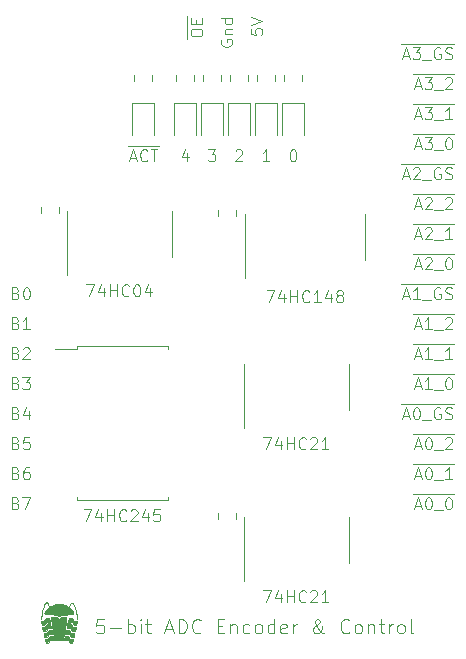
<source format=gbr>
%TF.GenerationSoftware,KiCad,Pcbnew,(6.0.0-0)*%
%TF.CreationDate,2022-03-20T10:25:09-04:00*%
%TF.ProjectId,ADC-Decoder-Controller,4144432d-4465-4636-9f64-65722d436f6e,rev?*%
%TF.SameCoordinates,Original*%
%TF.FileFunction,Legend,Top*%
%TF.FilePolarity,Positive*%
%FSLAX46Y46*%
G04 Gerber Fmt 4.6, Leading zero omitted, Abs format (unit mm)*
G04 Created by KiCad (PCBNEW (6.0.0-0)) date 2022-03-20 10:25:09*
%MOMM*%
%LPD*%
G01*
G04 APERTURE LIST*
%ADD10C,0.100000*%
%ADD11C,0.120000*%
%ADD12C,0.013229*%
G04 APERTURE END LIST*
D10*
X124443190Y-84006000D02*
X125300333Y-84006000D01*
X124633666Y-85002666D02*
X125109857Y-85002666D01*
X124538428Y-85288380D02*
X124871761Y-84288380D01*
X125205095Y-85288380D01*
X125300333Y-84006000D02*
X126252714Y-84006000D01*
X125490809Y-84383619D02*
X125538428Y-84336000D01*
X125633666Y-84288380D01*
X125871761Y-84288380D01*
X125967000Y-84336000D01*
X126014619Y-84383619D01*
X126062238Y-84478857D01*
X126062238Y-84574095D01*
X126014619Y-84716952D01*
X125443190Y-85288380D01*
X126062238Y-85288380D01*
X126252714Y-84006000D02*
X127014619Y-84006000D01*
X126252714Y-85383619D02*
X127014619Y-85383619D01*
X127014619Y-84006000D02*
X128014619Y-84006000D01*
X127776523Y-84336000D02*
X127681285Y-84288380D01*
X127538428Y-84288380D01*
X127395571Y-84336000D01*
X127300333Y-84431238D01*
X127252714Y-84526476D01*
X127205095Y-84716952D01*
X127205095Y-84859809D01*
X127252714Y-85050285D01*
X127300333Y-85145523D01*
X127395571Y-85240761D01*
X127538428Y-85288380D01*
X127633666Y-85288380D01*
X127776523Y-85240761D01*
X127824142Y-85193142D01*
X127824142Y-84859809D01*
X127633666Y-84859809D01*
X128014619Y-84006000D02*
X128967000Y-84006000D01*
X128205095Y-85240761D02*
X128347952Y-85288380D01*
X128586047Y-85288380D01*
X128681285Y-85240761D01*
X128728904Y-85193142D01*
X128776523Y-85097904D01*
X128776523Y-85002666D01*
X128728904Y-84907428D01*
X128681285Y-84859809D01*
X128586047Y-84812190D01*
X128395571Y-84764571D01*
X128300333Y-84716952D01*
X128252714Y-84669333D01*
X128205095Y-84574095D01*
X128205095Y-84478857D01*
X128252714Y-84383619D01*
X128300333Y-84336000D01*
X128395571Y-84288380D01*
X128633666Y-84288380D01*
X128776523Y-84336000D01*
X124443190Y-94166000D02*
X125300333Y-94166000D01*
X124633666Y-95162666D02*
X125109857Y-95162666D01*
X124538428Y-95448380D02*
X124871761Y-94448380D01*
X125205095Y-95448380D01*
X125300333Y-94166000D02*
X126252714Y-94166000D01*
X126062238Y-95448380D02*
X125490809Y-95448380D01*
X125776523Y-95448380D02*
X125776523Y-94448380D01*
X125681285Y-94591238D01*
X125586047Y-94686476D01*
X125490809Y-94734095D01*
X126252714Y-94166000D02*
X127014619Y-94166000D01*
X126252714Y-95543619D02*
X127014619Y-95543619D01*
X127014619Y-94166000D02*
X128014619Y-94166000D01*
X127776523Y-94496000D02*
X127681285Y-94448380D01*
X127538428Y-94448380D01*
X127395571Y-94496000D01*
X127300333Y-94591238D01*
X127252714Y-94686476D01*
X127205095Y-94876952D01*
X127205095Y-95019809D01*
X127252714Y-95210285D01*
X127300333Y-95305523D01*
X127395571Y-95400761D01*
X127538428Y-95448380D01*
X127633666Y-95448380D01*
X127776523Y-95400761D01*
X127824142Y-95353142D01*
X127824142Y-95019809D01*
X127633666Y-95019809D01*
X128014619Y-94166000D02*
X128967000Y-94166000D01*
X128205095Y-95400761D02*
X128347952Y-95448380D01*
X128586047Y-95448380D01*
X128681285Y-95400761D01*
X128728904Y-95353142D01*
X128776523Y-95257904D01*
X128776523Y-95162666D01*
X128728904Y-95067428D01*
X128681285Y-95019809D01*
X128586047Y-94972190D01*
X128395571Y-94924571D01*
X128300333Y-94876952D01*
X128252714Y-94829333D01*
X128205095Y-94734095D01*
X128205095Y-94638857D01*
X128252714Y-94543619D01*
X128300333Y-94496000D01*
X128395571Y-94448380D01*
X128633666Y-94448380D01*
X128776523Y-94496000D01*
X101306476Y-82482000D02*
X102163619Y-82482000D01*
X101496952Y-83478666D02*
X101973142Y-83478666D01*
X101401714Y-83764380D02*
X101735047Y-82764380D01*
X102068380Y-83764380D01*
X102163619Y-82482000D02*
X103163619Y-82482000D01*
X102973142Y-83669142D02*
X102925523Y-83716761D01*
X102782666Y-83764380D01*
X102687428Y-83764380D01*
X102544571Y-83716761D01*
X102449333Y-83621523D01*
X102401714Y-83526285D01*
X102354095Y-83335809D01*
X102354095Y-83192952D01*
X102401714Y-83002476D01*
X102449333Y-82907238D01*
X102544571Y-82812000D01*
X102687428Y-82764380D01*
X102782666Y-82764380D01*
X102925523Y-82812000D01*
X102973142Y-82859619D01*
X103163619Y-82482000D02*
X103925523Y-82482000D01*
X103258857Y-82764380D02*
X103830285Y-82764380D01*
X103544571Y-83764380D02*
X103544571Y-82764380D01*
X106358000Y-73391380D02*
X106358000Y-72343761D01*
X106640380Y-72962809D02*
X106640380Y-72772333D01*
X106688000Y-72677095D01*
X106783238Y-72581857D01*
X106973714Y-72534238D01*
X107307047Y-72534238D01*
X107497523Y-72581857D01*
X107592761Y-72677095D01*
X107640380Y-72772333D01*
X107640380Y-72962809D01*
X107592761Y-73058047D01*
X107497523Y-73153285D01*
X107307047Y-73200904D01*
X106973714Y-73200904D01*
X106783238Y-73153285D01*
X106688000Y-73058047D01*
X106640380Y-72962809D01*
X106358000Y-72343761D02*
X106358000Y-71439000D01*
X107116571Y-72105666D02*
X107116571Y-71772333D01*
X107640380Y-71629476D02*
X107640380Y-72105666D01*
X106640380Y-72105666D01*
X106640380Y-71629476D01*
X106362476Y-83097714D02*
X106362476Y-83764380D01*
X106124380Y-82716761D02*
X105886285Y-83431047D01*
X106505333Y-83431047D01*
X91822428Y-94924571D02*
X91965285Y-94972190D01*
X92012904Y-95019809D01*
X92060523Y-95115047D01*
X92060523Y-95257904D01*
X92012904Y-95353142D01*
X91965285Y-95400761D01*
X91870047Y-95448380D01*
X91489095Y-95448380D01*
X91489095Y-94448380D01*
X91822428Y-94448380D01*
X91917666Y-94496000D01*
X91965285Y-94543619D01*
X92012904Y-94638857D01*
X92012904Y-94734095D01*
X91965285Y-94829333D01*
X91917666Y-94876952D01*
X91822428Y-94924571D01*
X91489095Y-94924571D01*
X92679571Y-94448380D02*
X92774809Y-94448380D01*
X92870047Y-94496000D01*
X92917666Y-94543619D01*
X92965285Y-94638857D01*
X93012904Y-94829333D01*
X93012904Y-95067428D01*
X92965285Y-95257904D01*
X92917666Y-95353142D01*
X92870047Y-95400761D01*
X92774809Y-95448380D01*
X92679571Y-95448380D01*
X92584333Y-95400761D01*
X92536714Y-95353142D01*
X92489095Y-95257904D01*
X92441476Y-95067428D01*
X92441476Y-94829333D01*
X92489095Y-94638857D01*
X92536714Y-94543619D01*
X92584333Y-94496000D01*
X92679571Y-94448380D01*
X110458285Y-82859619D02*
X110505904Y-82812000D01*
X110601142Y-82764380D01*
X110839238Y-82764380D01*
X110934476Y-82812000D01*
X110982095Y-82859619D01*
X111029714Y-82954857D01*
X111029714Y-83050095D01*
X110982095Y-83192952D01*
X110410666Y-83764380D01*
X111029714Y-83764380D01*
X124443190Y-104326000D02*
X125300333Y-104326000D01*
X124633666Y-105322666D02*
X125109857Y-105322666D01*
X124538428Y-105608380D02*
X124871761Y-104608380D01*
X125205095Y-105608380D01*
X125300333Y-104326000D02*
X126252714Y-104326000D01*
X125728904Y-104608380D02*
X125824142Y-104608380D01*
X125919380Y-104656000D01*
X125967000Y-104703619D01*
X126014619Y-104798857D01*
X126062238Y-104989333D01*
X126062238Y-105227428D01*
X126014619Y-105417904D01*
X125967000Y-105513142D01*
X125919380Y-105560761D01*
X125824142Y-105608380D01*
X125728904Y-105608380D01*
X125633666Y-105560761D01*
X125586047Y-105513142D01*
X125538428Y-105417904D01*
X125490809Y-105227428D01*
X125490809Y-104989333D01*
X125538428Y-104798857D01*
X125586047Y-104703619D01*
X125633666Y-104656000D01*
X125728904Y-104608380D01*
X126252714Y-104326000D02*
X127014619Y-104326000D01*
X126252714Y-105703619D02*
X127014619Y-105703619D01*
X127014619Y-104326000D02*
X128014619Y-104326000D01*
X127776523Y-104656000D02*
X127681285Y-104608380D01*
X127538428Y-104608380D01*
X127395571Y-104656000D01*
X127300333Y-104751238D01*
X127252714Y-104846476D01*
X127205095Y-105036952D01*
X127205095Y-105179809D01*
X127252714Y-105370285D01*
X127300333Y-105465523D01*
X127395571Y-105560761D01*
X127538428Y-105608380D01*
X127633666Y-105608380D01*
X127776523Y-105560761D01*
X127824142Y-105513142D01*
X127824142Y-105179809D01*
X127633666Y-105179809D01*
X128014619Y-104326000D02*
X128967000Y-104326000D01*
X128205095Y-105560761D02*
X128347952Y-105608380D01*
X128586047Y-105608380D01*
X128681285Y-105560761D01*
X128728904Y-105513142D01*
X128776523Y-105417904D01*
X128776523Y-105322666D01*
X128728904Y-105227428D01*
X128681285Y-105179809D01*
X128586047Y-105132190D01*
X128395571Y-105084571D01*
X128300333Y-105036952D01*
X128252714Y-104989333D01*
X128205095Y-104894095D01*
X128205095Y-104798857D01*
X128252714Y-104703619D01*
X128300333Y-104656000D01*
X128395571Y-104608380D01*
X128633666Y-104608380D01*
X128776523Y-104656000D01*
X109228000Y-73486619D02*
X109180380Y-73581857D01*
X109180380Y-73724714D01*
X109228000Y-73867571D01*
X109323238Y-73962809D01*
X109418476Y-74010428D01*
X109608952Y-74058047D01*
X109751809Y-74058047D01*
X109942285Y-74010428D01*
X110037523Y-73962809D01*
X110132761Y-73867571D01*
X110180380Y-73724714D01*
X110180380Y-73629476D01*
X110132761Y-73486619D01*
X110085142Y-73439000D01*
X109751809Y-73439000D01*
X109751809Y-73629476D01*
X109513714Y-73010428D02*
X110180380Y-73010428D01*
X109608952Y-73010428D02*
X109561333Y-72962809D01*
X109513714Y-72867571D01*
X109513714Y-72724714D01*
X109561333Y-72629476D01*
X109656571Y-72581857D01*
X110180380Y-72581857D01*
X110180380Y-71677095D02*
X109180380Y-71677095D01*
X110132761Y-71677095D02*
X110180380Y-71772333D01*
X110180380Y-71962809D01*
X110132761Y-72058047D01*
X110085142Y-72105666D01*
X109989904Y-72153285D01*
X109704190Y-72153285D01*
X109608952Y-72105666D01*
X109561333Y-72058047D01*
X109513714Y-71962809D01*
X109513714Y-71772333D01*
X109561333Y-71677095D01*
X125443190Y-106866000D02*
X126300333Y-106866000D01*
X125633666Y-107862666D02*
X126109857Y-107862666D01*
X125538428Y-108148380D02*
X125871761Y-107148380D01*
X126205095Y-108148380D01*
X126300333Y-106866000D02*
X127252714Y-106866000D01*
X126728904Y-107148380D02*
X126824142Y-107148380D01*
X126919380Y-107196000D01*
X126967000Y-107243619D01*
X127014619Y-107338857D01*
X127062238Y-107529333D01*
X127062238Y-107767428D01*
X127014619Y-107957904D01*
X126967000Y-108053142D01*
X126919380Y-108100761D01*
X126824142Y-108148380D01*
X126728904Y-108148380D01*
X126633666Y-108100761D01*
X126586047Y-108053142D01*
X126538428Y-107957904D01*
X126490809Y-107767428D01*
X126490809Y-107529333D01*
X126538428Y-107338857D01*
X126586047Y-107243619D01*
X126633666Y-107196000D01*
X126728904Y-107148380D01*
X127252714Y-106866000D02*
X128014619Y-106866000D01*
X127252714Y-108243619D02*
X128014619Y-108243619D01*
X128014619Y-106866000D02*
X128967000Y-106866000D01*
X128205095Y-107243619D02*
X128252714Y-107196000D01*
X128347952Y-107148380D01*
X128586047Y-107148380D01*
X128681285Y-107196000D01*
X128728904Y-107243619D01*
X128776523Y-107338857D01*
X128776523Y-107434095D01*
X128728904Y-107576952D01*
X128157476Y-108148380D01*
X128776523Y-108148380D01*
X97798285Y-94194380D02*
X98464952Y-94194380D01*
X98036380Y-95194380D01*
X99274476Y-94527714D02*
X99274476Y-95194380D01*
X99036380Y-94146761D02*
X98798285Y-94861047D01*
X99417333Y-94861047D01*
X99798285Y-95194380D02*
X99798285Y-94194380D01*
X99798285Y-94670571D02*
X100369714Y-94670571D01*
X100369714Y-95194380D02*
X100369714Y-94194380D01*
X101417333Y-95099142D02*
X101369714Y-95146761D01*
X101226857Y-95194380D01*
X101131619Y-95194380D01*
X100988761Y-95146761D01*
X100893523Y-95051523D01*
X100845904Y-94956285D01*
X100798285Y-94765809D01*
X100798285Y-94622952D01*
X100845904Y-94432476D01*
X100893523Y-94337238D01*
X100988761Y-94242000D01*
X101131619Y-94194380D01*
X101226857Y-94194380D01*
X101369714Y-94242000D01*
X101417333Y-94289619D01*
X102036380Y-94194380D02*
X102131619Y-94194380D01*
X102226857Y-94242000D01*
X102274476Y-94289619D01*
X102322095Y-94384857D01*
X102369714Y-94575333D01*
X102369714Y-94813428D01*
X102322095Y-95003904D01*
X102274476Y-95099142D01*
X102226857Y-95146761D01*
X102131619Y-95194380D01*
X102036380Y-95194380D01*
X101941142Y-95146761D01*
X101893523Y-95099142D01*
X101845904Y-95003904D01*
X101798285Y-94813428D01*
X101798285Y-94575333D01*
X101845904Y-94384857D01*
X101893523Y-94289619D01*
X101941142Y-94242000D01*
X102036380Y-94194380D01*
X103226857Y-94527714D02*
X103226857Y-95194380D01*
X102988761Y-94146761D02*
X102750666Y-94861047D01*
X103369714Y-94861047D01*
X97576095Y-113244380D02*
X98242761Y-113244380D01*
X97814190Y-114244380D01*
X99052285Y-113577714D02*
X99052285Y-114244380D01*
X98814190Y-113196761D02*
X98576095Y-113911047D01*
X99195142Y-113911047D01*
X99576095Y-114244380D02*
X99576095Y-113244380D01*
X99576095Y-113720571D02*
X100147523Y-113720571D01*
X100147523Y-114244380D02*
X100147523Y-113244380D01*
X101195142Y-114149142D02*
X101147523Y-114196761D01*
X101004666Y-114244380D01*
X100909428Y-114244380D01*
X100766571Y-114196761D01*
X100671333Y-114101523D01*
X100623714Y-114006285D01*
X100576095Y-113815809D01*
X100576095Y-113672952D01*
X100623714Y-113482476D01*
X100671333Y-113387238D01*
X100766571Y-113292000D01*
X100909428Y-113244380D01*
X101004666Y-113244380D01*
X101147523Y-113292000D01*
X101195142Y-113339619D01*
X101576095Y-113339619D02*
X101623714Y-113292000D01*
X101718952Y-113244380D01*
X101957047Y-113244380D01*
X102052285Y-113292000D01*
X102099904Y-113339619D01*
X102147523Y-113434857D01*
X102147523Y-113530095D01*
X102099904Y-113672952D01*
X101528476Y-114244380D01*
X102147523Y-114244380D01*
X103004666Y-113577714D02*
X103004666Y-114244380D01*
X102766571Y-113196761D02*
X102528476Y-113911047D01*
X103147523Y-113911047D01*
X104004666Y-113244380D02*
X103528476Y-113244380D01*
X103480857Y-113720571D01*
X103528476Y-113672952D01*
X103623714Y-113625333D01*
X103861809Y-113625333D01*
X103957047Y-113672952D01*
X104004666Y-113720571D01*
X104052285Y-113815809D01*
X104052285Y-114053904D01*
X104004666Y-114149142D01*
X103957047Y-114196761D01*
X103861809Y-114244380D01*
X103623714Y-114244380D01*
X103528476Y-114196761D01*
X103480857Y-114149142D01*
X124443190Y-73846000D02*
X125300333Y-73846000D01*
X124633666Y-74842666D02*
X125109857Y-74842666D01*
X124538428Y-75128380D02*
X124871761Y-74128380D01*
X125205095Y-75128380D01*
X125300333Y-73846000D02*
X126252714Y-73846000D01*
X125443190Y-74128380D02*
X126062238Y-74128380D01*
X125728904Y-74509333D01*
X125871761Y-74509333D01*
X125967000Y-74556952D01*
X126014619Y-74604571D01*
X126062238Y-74699809D01*
X126062238Y-74937904D01*
X126014619Y-75033142D01*
X125967000Y-75080761D01*
X125871761Y-75128380D01*
X125586047Y-75128380D01*
X125490809Y-75080761D01*
X125443190Y-75033142D01*
X126252714Y-73846000D02*
X127014619Y-73846000D01*
X126252714Y-75223619D02*
X127014619Y-75223619D01*
X127014619Y-73846000D02*
X128014619Y-73846000D01*
X127776523Y-74176000D02*
X127681285Y-74128380D01*
X127538428Y-74128380D01*
X127395571Y-74176000D01*
X127300333Y-74271238D01*
X127252714Y-74366476D01*
X127205095Y-74556952D01*
X127205095Y-74699809D01*
X127252714Y-74890285D01*
X127300333Y-74985523D01*
X127395571Y-75080761D01*
X127538428Y-75128380D01*
X127633666Y-75128380D01*
X127776523Y-75080761D01*
X127824142Y-75033142D01*
X127824142Y-74699809D01*
X127633666Y-74699809D01*
X128014619Y-73846000D02*
X128967000Y-73846000D01*
X128205095Y-75080761D02*
X128347952Y-75128380D01*
X128586047Y-75128380D01*
X128681285Y-75080761D01*
X128728904Y-75033142D01*
X128776523Y-74937904D01*
X128776523Y-74842666D01*
X128728904Y-74747428D01*
X128681285Y-74699809D01*
X128586047Y-74652190D01*
X128395571Y-74604571D01*
X128300333Y-74556952D01*
X128252714Y-74509333D01*
X128205095Y-74414095D01*
X128205095Y-74318857D01*
X128252714Y-74223619D01*
X128300333Y-74176000D01*
X128395571Y-74128380D01*
X128633666Y-74128380D01*
X128776523Y-74176000D01*
X91822428Y-105084571D02*
X91965285Y-105132190D01*
X92012904Y-105179809D01*
X92060523Y-105275047D01*
X92060523Y-105417904D01*
X92012904Y-105513142D01*
X91965285Y-105560761D01*
X91870047Y-105608380D01*
X91489095Y-105608380D01*
X91489095Y-104608380D01*
X91822428Y-104608380D01*
X91917666Y-104656000D01*
X91965285Y-104703619D01*
X92012904Y-104798857D01*
X92012904Y-104894095D01*
X91965285Y-104989333D01*
X91917666Y-105036952D01*
X91822428Y-105084571D01*
X91489095Y-105084571D01*
X92917666Y-104941714D02*
X92917666Y-105608380D01*
X92679571Y-104560761D02*
X92441476Y-105275047D01*
X93060523Y-105275047D01*
X125443190Y-101786000D02*
X126300333Y-101786000D01*
X125633666Y-102782666D02*
X126109857Y-102782666D01*
X125538428Y-103068380D02*
X125871761Y-102068380D01*
X126205095Y-103068380D01*
X126300333Y-101786000D02*
X127252714Y-101786000D01*
X127062238Y-103068380D02*
X126490809Y-103068380D01*
X126776523Y-103068380D02*
X126776523Y-102068380D01*
X126681285Y-102211238D01*
X126586047Y-102306476D01*
X126490809Y-102354095D01*
X127252714Y-101786000D02*
X128014619Y-101786000D01*
X127252714Y-103163619D02*
X128014619Y-103163619D01*
X128014619Y-101786000D02*
X128967000Y-101786000D01*
X128443190Y-102068380D02*
X128538428Y-102068380D01*
X128633666Y-102116000D01*
X128681285Y-102163619D01*
X128728904Y-102258857D01*
X128776523Y-102449333D01*
X128776523Y-102687428D01*
X128728904Y-102877904D01*
X128681285Y-102973142D01*
X128633666Y-103020761D01*
X128538428Y-103068380D01*
X128443190Y-103068380D01*
X128347952Y-103020761D01*
X128300333Y-102973142D01*
X128252714Y-102877904D01*
X128205095Y-102687428D01*
X128205095Y-102449333D01*
X128252714Y-102258857D01*
X128300333Y-102163619D01*
X128347952Y-102116000D01*
X128443190Y-102068380D01*
X125443190Y-81466000D02*
X126300333Y-81466000D01*
X125633666Y-82462666D02*
X126109857Y-82462666D01*
X125538428Y-82748380D02*
X125871761Y-81748380D01*
X126205095Y-82748380D01*
X126300333Y-81466000D02*
X127252714Y-81466000D01*
X126443190Y-81748380D02*
X127062238Y-81748380D01*
X126728904Y-82129333D01*
X126871761Y-82129333D01*
X126967000Y-82176952D01*
X127014619Y-82224571D01*
X127062238Y-82319809D01*
X127062238Y-82557904D01*
X127014619Y-82653142D01*
X126967000Y-82700761D01*
X126871761Y-82748380D01*
X126586047Y-82748380D01*
X126490809Y-82700761D01*
X126443190Y-82653142D01*
X127252714Y-81466000D02*
X128014619Y-81466000D01*
X127252714Y-82843619D02*
X128014619Y-82843619D01*
X128014619Y-81466000D02*
X128967000Y-81466000D01*
X128443190Y-81748380D02*
X128538428Y-81748380D01*
X128633666Y-81796000D01*
X128681285Y-81843619D01*
X128728904Y-81938857D01*
X128776523Y-82129333D01*
X128776523Y-82367428D01*
X128728904Y-82557904D01*
X128681285Y-82653142D01*
X128633666Y-82700761D01*
X128538428Y-82748380D01*
X128443190Y-82748380D01*
X128347952Y-82700761D01*
X128300333Y-82653142D01*
X128252714Y-82557904D01*
X128205095Y-82367428D01*
X128205095Y-82129333D01*
X128252714Y-81938857D01*
X128300333Y-81843619D01*
X128347952Y-81796000D01*
X128443190Y-81748380D01*
X115268380Y-82764380D02*
X115363619Y-82764380D01*
X115458857Y-82812000D01*
X115506476Y-82859619D01*
X115554095Y-82954857D01*
X115601714Y-83145333D01*
X115601714Y-83383428D01*
X115554095Y-83573904D01*
X115506476Y-83669142D01*
X115458857Y-83716761D01*
X115363619Y-83764380D01*
X115268380Y-83764380D01*
X115173142Y-83716761D01*
X115125523Y-83669142D01*
X115077904Y-83573904D01*
X115030285Y-83383428D01*
X115030285Y-83145333D01*
X115077904Y-82954857D01*
X115125523Y-82859619D01*
X115173142Y-82812000D01*
X115268380Y-82764380D01*
X112784285Y-107148380D02*
X113450952Y-107148380D01*
X113022380Y-108148380D01*
X114260476Y-107481714D02*
X114260476Y-108148380D01*
X114022380Y-107100761D02*
X113784285Y-107815047D01*
X114403333Y-107815047D01*
X114784285Y-108148380D02*
X114784285Y-107148380D01*
X114784285Y-107624571D02*
X115355714Y-107624571D01*
X115355714Y-108148380D02*
X115355714Y-107148380D01*
X116403333Y-108053142D02*
X116355714Y-108100761D01*
X116212857Y-108148380D01*
X116117619Y-108148380D01*
X115974761Y-108100761D01*
X115879523Y-108005523D01*
X115831904Y-107910285D01*
X115784285Y-107719809D01*
X115784285Y-107576952D01*
X115831904Y-107386476D01*
X115879523Y-107291238D01*
X115974761Y-107196000D01*
X116117619Y-107148380D01*
X116212857Y-107148380D01*
X116355714Y-107196000D01*
X116403333Y-107243619D01*
X116784285Y-107243619D02*
X116831904Y-107196000D01*
X116927142Y-107148380D01*
X117165238Y-107148380D01*
X117260476Y-107196000D01*
X117308095Y-107243619D01*
X117355714Y-107338857D01*
X117355714Y-107434095D01*
X117308095Y-107576952D01*
X116736666Y-108148380D01*
X117355714Y-108148380D01*
X118308095Y-108148380D02*
X117736666Y-108148380D01*
X118022380Y-108148380D02*
X118022380Y-107148380D01*
X117927142Y-107291238D01*
X117831904Y-107386476D01*
X117736666Y-107434095D01*
X108124666Y-82764380D02*
X108743714Y-82764380D01*
X108410380Y-83145333D01*
X108553238Y-83145333D01*
X108648476Y-83192952D01*
X108696095Y-83240571D01*
X108743714Y-83335809D01*
X108743714Y-83573904D01*
X108696095Y-83669142D01*
X108648476Y-83716761D01*
X108553238Y-83764380D01*
X108267523Y-83764380D01*
X108172285Y-83716761D01*
X108124666Y-83669142D01*
X125443190Y-99246000D02*
X126300333Y-99246000D01*
X125633666Y-100242666D02*
X126109857Y-100242666D01*
X125538428Y-100528380D02*
X125871761Y-99528380D01*
X126205095Y-100528380D01*
X126300333Y-99246000D02*
X127252714Y-99246000D01*
X127062238Y-100528380D02*
X126490809Y-100528380D01*
X126776523Y-100528380D02*
X126776523Y-99528380D01*
X126681285Y-99671238D01*
X126586047Y-99766476D01*
X126490809Y-99814095D01*
X127252714Y-99246000D02*
X128014619Y-99246000D01*
X127252714Y-100623619D02*
X128014619Y-100623619D01*
X128014619Y-99246000D02*
X128967000Y-99246000D01*
X128776523Y-100528380D02*
X128205095Y-100528380D01*
X128490809Y-100528380D02*
X128490809Y-99528380D01*
X128395571Y-99671238D01*
X128300333Y-99766476D01*
X128205095Y-99814095D01*
X125443190Y-78926000D02*
X126300333Y-78926000D01*
X125633666Y-79922666D02*
X126109857Y-79922666D01*
X125538428Y-80208380D02*
X125871761Y-79208380D01*
X126205095Y-80208380D01*
X126300333Y-78926000D02*
X127252714Y-78926000D01*
X126443190Y-79208380D02*
X127062238Y-79208380D01*
X126728904Y-79589333D01*
X126871761Y-79589333D01*
X126967000Y-79636952D01*
X127014619Y-79684571D01*
X127062238Y-79779809D01*
X127062238Y-80017904D01*
X127014619Y-80113142D01*
X126967000Y-80160761D01*
X126871761Y-80208380D01*
X126586047Y-80208380D01*
X126490809Y-80160761D01*
X126443190Y-80113142D01*
X127252714Y-78926000D02*
X128014619Y-78926000D01*
X127252714Y-80303619D02*
X128014619Y-80303619D01*
X128014619Y-78926000D02*
X128967000Y-78926000D01*
X128776523Y-80208380D02*
X128205095Y-80208380D01*
X128490809Y-80208380D02*
X128490809Y-79208380D01*
X128395571Y-79351238D01*
X128300333Y-79446476D01*
X128205095Y-79494095D01*
X112784285Y-120102380D02*
X113450952Y-120102380D01*
X113022380Y-121102380D01*
X114260476Y-120435714D02*
X114260476Y-121102380D01*
X114022380Y-120054761D02*
X113784285Y-120769047D01*
X114403333Y-120769047D01*
X114784285Y-121102380D02*
X114784285Y-120102380D01*
X114784285Y-120578571D02*
X115355714Y-120578571D01*
X115355714Y-121102380D02*
X115355714Y-120102380D01*
X116403333Y-121007142D02*
X116355714Y-121054761D01*
X116212857Y-121102380D01*
X116117619Y-121102380D01*
X115974761Y-121054761D01*
X115879523Y-120959523D01*
X115831904Y-120864285D01*
X115784285Y-120673809D01*
X115784285Y-120530952D01*
X115831904Y-120340476D01*
X115879523Y-120245238D01*
X115974761Y-120150000D01*
X116117619Y-120102380D01*
X116212857Y-120102380D01*
X116355714Y-120150000D01*
X116403333Y-120197619D01*
X116784285Y-120197619D02*
X116831904Y-120150000D01*
X116927142Y-120102380D01*
X117165238Y-120102380D01*
X117260476Y-120150000D01*
X117308095Y-120197619D01*
X117355714Y-120292857D01*
X117355714Y-120388095D01*
X117308095Y-120530952D01*
X116736666Y-121102380D01*
X117355714Y-121102380D01*
X118308095Y-121102380D02*
X117736666Y-121102380D01*
X118022380Y-121102380D02*
X118022380Y-120102380D01*
X117927142Y-120245238D01*
X117831904Y-120340476D01*
X117736666Y-120388095D01*
X113070095Y-94702380D02*
X113736761Y-94702380D01*
X113308190Y-95702380D01*
X114546285Y-95035714D02*
X114546285Y-95702380D01*
X114308190Y-94654761D02*
X114070095Y-95369047D01*
X114689142Y-95369047D01*
X115070095Y-95702380D02*
X115070095Y-94702380D01*
X115070095Y-95178571D02*
X115641523Y-95178571D01*
X115641523Y-95702380D02*
X115641523Y-94702380D01*
X116689142Y-95607142D02*
X116641523Y-95654761D01*
X116498666Y-95702380D01*
X116403428Y-95702380D01*
X116260571Y-95654761D01*
X116165333Y-95559523D01*
X116117714Y-95464285D01*
X116070095Y-95273809D01*
X116070095Y-95130952D01*
X116117714Y-94940476D01*
X116165333Y-94845238D01*
X116260571Y-94750000D01*
X116403428Y-94702380D01*
X116498666Y-94702380D01*
X116641523Y-94750000D01*
X116689142Y-94797619D01*
X117641523Y-95702380D02*
X117070095Y-95702380D01*
X117355809Y-95702380D02*
X117355809Y-94702380D01*
X117260571Y-94845238D01*
X117165333Y-94940476D01*
X117070095Y-94988095D01*
X118498666Y-95035714D02*
X118498666Y-95702380D01*
X118260571Y-94654761D02*
X118022476Y-95369047D01*
X118641523Y-95369047D01*
X119165333Y-95130952D02*
X119070095Y-95083333D01*
X119022476Y-95035714D01*
X118974857Y-94940476D01*
X118974857Y-94892857D01*
X119022476Y-94797619D01*
X119070095Y-94750000D01*
X119165333Y-94702380D01*
X119355809Y-94702380D01*
X119451047Y-94750000D01*
X119498666Y-94797619D01*
X119546285Y-94892857D01*
X119546285Y-94940476D01*
X119498666Y-95035714D01*
X119451047Y-95083333D01*
X119355809Y-95130952D01*
X119165333Y-95130952D01*
X119070095Y-95178571D01*
X119022476Y-95226190D01*
X118974857Y-95321428D01*
X118974857Y-95511904D01*
X119022476Y-95607142D01*
X119070095Y-95654761D01*
X119165333Y-95702380D01*
X119355809Y-95702380D01*
X119451047Y-95654761D01*
X119498666Y-95607142D01*
X119546285Y-95511904D01*
X119546285Y-95321428D01*
X119498666Y-95226190D01*
X119451047Y-95178571D01*
X119355809Y-95130952D01*
X125443190Y-111946000D02*
X126300333Y-111946000D01*
X125633666Y-112942666D02*
X126109857Y-112942666D01*
X125538428Y-113228380D02*
X125871761Y-112228380D01*
X126205095Y-113228380D01*
X126300333Y-111946000D02*
X127252714Y-111946000D01*
X126728904Y-112228380D02*
X126824142Y-112228380D01*
X126919380Y-112276000D01*
X126967000Y-112323619D01*
X127014619Y-112418857D01*
X127062238Y-112609333D01*
X127062238Y-112847428D01*
X127014619Y-113037904D01*
X126967000Y-113133142D01*
X126919380Y-113180761D01*
X126824142Y-113228380D01*
X126728904Y-113228380D01*
X126633666Y-113180761D01*
X126586047Y-113133142D01*
X126538428Y-113037904D01*
X126490809Y-112847428D01*
X126490809Y-112609333D01*
X126538428Y-112418857D01*
X126586047Y-112323619D01*
X126633666Y-112276000D01*
X126728904Y-112228380D01*
X127252714Y-111946000D02*
X128014619Y-111946000D01*
X127252714Y-113323619D02*
X128014619Y-113323619D01*
X128014619Y-111946000D02*
X128967000Y-111946000D01*
X128443190Y-112228380D02*
X128538428Y-112228380D01*
X128633666Y-112276000D01*
X128681285Y-112323619D01*
X128728904Y-112418857D01*
X128776523Y-112609333D01*
X128776523Y-112847428D01*
X128728904Y-113037904D01*
X128681285Y-113133142D01*
X128633666Y-113180761D01*
X128538428Y-113228380D01*
X128443190Y-113228380D01*
X128347952Y-113180761D01*
X128300333Y-113133142D01*
X128252714Y-113037904D01*
X128205095Y-112847428D01*
X128205095Y-112609333D01*
X128252714Y-112418857D01*
X128300333Y-112323619D01*
X128347952Y-112276000D01*
X128443190Y-112228380D01*
X91822428Y-97464571D02*
X91965285Y-97512190D01*
X92012904Y-97559809D01*
X92060523Y-97655047D01*
X92060523Y-97797904D01*
X92012904Y-97893142D01*
X91965285Y-97940761D01*
X91870047Y-97988380D01*
X91489095Y-97988380D01*
X91489095Y-96988380D01*
X91822428Y-96988380D01*
X91917666Y-97036000D01*
X91965285Y-97083619D01*
X92012904Y-97178857D01*
X92012904Y-97274095D01*
X91965285Y-97369333D01*
X91917666Y-97416952D01*
X91822428Y-97464571D01*
X91489095Y-97464571D01*
X93012904Y-97988380D02*
X92441476Y-97988380D01*
X92727190Y-97988380D02*
X92727190Y-96988380D01*
X92631952Y-97131238D01*
X92536714Y-97226476D01*
X92441476Y-97274095D01*
X91822428Y-110164571D02*
X91965285Y-110212190D01*
X92012904Y-110259809D01*
X92060523Y-110355047D01*
X92060523Y-110497904D01*
X92012904Y-110593142D01*
X91965285Y-110640761D01*
X91870047Y-110688380D01*
X91489095Y-110688380D01*
X91489095Y-109688380D01*
X91822428Y-109688380D01*
X91917666Y-109736000D01*
X91965285Y-109783619D01*
X92012904Y-109878857D01*
X92012904Y-109974095D01*
X91965285Y-110069333D01*
X91917666Y-110116952D01*
X91822428Y-110164571D01*
X91489095Y-110164571D01*
X92917666Y-109688380D02*
X92727190Y-109688380D01*
X92631952Y-109736000D01*
X92584333Y-109783619D01*
X92489095Y-109926476D01*
X92441476Y-110116952D01*
X92441476Y-110497904D01*
X92489095Y-110593142D01*
X92536714Y-110640761D01*
X92631952Y-110688380D01*
X92822428Y-110688380D01*
X92917666Y-110640761D01*
X92965285Y-110593142D01*
X93012904Y-110497904D01*
X93012904Y-110259809D01*
X92965285Y-110164571D01*
X92917666Y-110116952D01*
X92822428Y-110069333D01*
X92631952Y-110069333D01*
X92536714Y-110116952D01*
X92489095Y-110164571D01*
X92441476Y-110259809D01*
X99271142Y-122532857D02*
X98699714Y-122532857D01*
X98642571Y-123104285D01*
X98699714Y-123047142D01*
X98814000Y-122990000D01*
X99099714Y-122990000D01*
X99214000Y-123047142D01*
X99271142Y-123104285D01*
X99328285Y-123218571D01*
X99328285Y-123504285D01*
X99271142Y-123618571D01*
X99214000Y-123675714D01*
X99099714Y-123732857D01*
X98814000Y-123732857D01*
X98699714Y-123675714D01*
X98642571Y-123618571D01*
X99842571Y-123275714D02*
X100756857Y-123275714D01*
X101328285Y-123732857D02*
X101328285Y-122532857D01*
X101328285Y-122990000D02*
X101442571Y-122932857D01*
X101671142Y-122932857D01*
X101785428Y-122990000D01*
X101842571Y-123047142D01*
X101899714Y-123161428D01*
X101899714Y-123504285D01*
X101842571Y-123618571D01*
X101785428Y-123675714D01*
X101671142Y-123732857D01*
X101442571Y-123732857D01*
X101328285Y-123675714D01*
X102414000Y-123732857D02*
X102414000Y-122932857D01*
X102414000Y-122532857D02*
X102356857Y-122590000D01*
X102414000Y-122647142D01*
X102471142Y-122590000D01*
X102414000Y-122532857D01*
X102414000Y-122647142D01*
X102814000Y-122932857D02*
X103271142Y-122932857D01*
X102985428Y-122532857D02*
X102985428Y-123561428D01*
X103042571Y-123675714D01*
X103156857Y-123732857D01*
X103271142Y-123732857D01*
X104528285Y-123390000D02*
X105099714Y-123390000D01*
X104414000Y-123732857D02*
X104814000Y-122532857D01*
X105214000Y-123732857D01*
X105614000Y-123732857D02*
X105614000Y-122532857D01*
X105899714Y-122532857D01*
X106071142Y-122590000D01*
X106185428Y-122704285D01*
X106242571Y-122818571D01*
X106299714Y-123047142D01*
X106299714Y-123218571D01*
X106242571Y-123447142D01*
X106185428Y-123561428D01*
X106071142Y-123675714D01*
X105899714Y-123732857D01*
X105614000Y-123732857D01*
X107499714Y-123618571D02*
X107442571Y-123675714D01*
X107271142Y-123732857D01*
X107156857Y-123732857D01*
X106985428Y-123675714D01*
X106871142Y-123561428D01*
X106814000Y-123447142D01*
X106756857Y-123218571D01*
X106756857Y-123047142D01*
X106814000Y-122818571D01*
X106871142Y-122704285D01*
X106985428Y-122590000D01*
X107156857Y-122532857D01*
X107271142Y-122532857D01*
X107442571Y-122590000D01*
X107499714Y-122647142D01*
X108928285Y-123104285D02*
X109328285Y-123104285D01*
X109499714Y-123732857D02*
X108928285Y-123732857D01*
X108928285Y-122532857D01*
X109499714Y-122532857D01*
X110014000Y-122932857D02*
X110014000Y-123732857D01*
X110014000Y-123047142D02*
X110071142Y-122990000D01*
X110185428Y-122932857D01*
X110356857Y-122932857D01*
X110471142Y-122990000D01*
X110528285Y-123104285D01*
X110528285Y-123732857D01*
X111614000Y-123675714D02*
X111499714Y-123732857D01*
X111271142Y-123732857D01*
X111156857Y-123675714D01*
X111099714Y-123618571D01*
X111042571Y-123504285D01*
X111042571Y-123161428D01*
X111099714Y-123047142D01*
X111156857Y-122990000D01*
X111271142Y-122932857D01*
X111499714Y-122932857D01*
X111614000Y-122990000D01*
X112299714Y-123732857D02*
X112185428Y-123675714D01*
X112128285Y-123618571D01*
X112071142Y-123504285D01*
X112071142Y-123161428D01*
X112128285Y-123047142D01*
X112185428Y-122990000D01*
X112299714Y-122932857D01*
X112471142Y-122932857D01*
X112585428Y-122990000D01*
X112642571Y-123047142D01*
X112699714Y-123161428D01*
X112699714Y-123504285D01*
X112642571Y-123618571D01*
X112585428Y-123675714D01*
X112471142Y-123732857D01*
X112299714Y-123732857D01*
X113728285Y-123732857D02*
X113728285Y-122532857D01*
X113728285Y-123675714D02*
X113614000Y-123732857D01*
X113385428Y-123732857D01*
X113271142Y-123675714D01*
X113214000Y-123618571D01*
X113156857Y-123504285D01*
X113156857Y-123161428D01*
X113214000Y-123047142D01*
X113271142Y-122990000D01*
X113385428Y-122932857D01*
X113614000Y-122932857D01*
X113728285Y-122990000D01*
X114756857Y-123675714D02*
X114642571Y-123732857D01*
X114414000Y-123732857D01*
X114299714Y-123675714D01*
X114242571Y-123561428D01*
X114242571Y-123104285D01*
X114299714Y-122990000D01*
X114414000Y-122932857D01*
X114642571Y-122932857D01*
X114756857Y-122990000D01*
X114814000Y-123104285D01*
X114814000Y-123218571D01*
X114242571Y-123332857D01*
X115328285Y-123732857D02*
X115328285Y-122932857D01*
X115328285Y-123161428D02*
X115385428Y-123047142D01*
X115442571Y-122990000D01*
X115556857Y-122932857D01*
X115671142Y-122932857D01*
X117956857Y-123732857D02*
X117899714Y-123732857D01*
X117785428Y-123675714D01*
X117614000Y-123504285D01*
X117328285Y-123161428D01*
X117214000Y-122990000D01*
X117156857Y-122818571D01*
X117156857Y-122704285D01*
X117214000Y-122590000D01*
X117328285Y-122532857D01*
X117385428Y-122532857D01*
X117499714Y-122590000D01*
X117556857Y-122704285D01*
X117556857Y-122761428D01*
X117499714Y-122875714D01*
X117442571Y-122932857D01*
X117099714Y-123161428D01*
X117042571Y-123218571D01*
X116985428Y-123332857D01*
X116985428Y-123504285D01*
X117042571Y-123618571D01*
X117099714Y-123675714D01*
X117214000Y-123732857D01*
X117385428Y-123732857D01*
X117499714Y-123675714D01*
X117556857Y-123618571D01*
X117728285Y-123390000D01*
X117785428Y-123218571D01*
X117785428Y-123104285D01*
X120071142Y-123618571D02*
X120014000Y-123675714D01*
X119842571Y-123732857D01*
X119728285Y-123732857D01*
X119556857Y-123675714D01*
X119442571Y-123561428D01*
X119385428Y-123447142D01*
X119328285Y-123218571D01*
X119328285Y-123047142D01*
X119385428Y-122818571D01*
X119442571Y-122704285D01*
X119556857Y-122590000D01*
X119728285Y-122532857D01*
X119842571Y-122532857D01*
X120014000Y-122590000D01*
X120071142Y-122647142D01*
X120756857Y-123732857D02*
X120642571Y-123675714D01*
X120585428Y-123618571D01*
X120528285Y-123504285D01*
X120528285Y-123161428D01*
X120585428Y-123047142D01*
X120642571Y-122990000D01*
X120756857Y-122932857D01*
X120928285Y-122932857D01*
X121042571Y-122990000D01*
X121099714Y-123047142D01*
X121156857Y-123161428D01*
X121156857Y-123504285D01*
X121099714Y-123618571D01*
X121042571Y-123675714D01*
X120928285Y-123732857D01*
X120756857Y-123732857D01*
X121671142Y-122932857D02*
X121671142Y-123732857D01*
X121671142Y-123047142D02*
X121728285Y-122990000D01*
X121842571Y-122932857D01*
X122014000Y-122932857D01*
X122128285Y-122990000D01*
X122185428Y-123104285D01*
X122185428Y-123732857D01*
X122585428Y-122932857D02*
X123042571Y-122932857D01*
X122756857Y-122532857D02*
X122756857Y-123561428D01*
X122814000Y-123675714D01*
X122928285Y-123732857D01*
X123042571Y-123732857D01*
X123442571Y-123732857D02*
X123442571Y-122932857D01*
X123442571Y-123161428D02*
X123499714Y-123047142D01*
X123556857Y-122990000D01*
X123671142Y-122932857D01*
X123785428Y-122932857D01*
X124356857Y-123732857D02*
X124242571Y-123675714D01*
X124185428Y-123618571D01*
X124128285Y-123504285D01*
X124128285Y-123161428D01*
X124185428Y-123047142D01*
X124242571Y-122990000D01*
X124356857Y-122932857D01*
X124528285Y-122932857D01*
X124642571Y-122990000D01*
X124699714Y-123047142D01*
X124756857Y-123161428D01*
X124756857Y-123504285D01*
X124699714Y-123618571D01*
X124642571Y-123675714D01*
X124528285Y-123732857D01*
X124356857Y-123732857D01*
X125442571Y-123732857D02*
X125328285Y-123675714D01*
X125271142Y-123561428D01*
X125271142Y-122532857D01*
X125443190Y-91626000D02*
X126300333Y-91626000D01*
X125633666Y-92622666D02*
X126109857Y-92622666D01*
X125538428Y-92908380D02*
X125871761Y-91908380D01*
X126205095Y-92908380D01*
X126300333Y-91626000D02*
X127252714Y-91626000D01*
X126490809Y-92003619D02*
X126538428Y-91956000D01*
X126633666Y-91908380D01*
X126871761Y-91908380D01*
X126967000Y-91956000D01*
X127014619Y-92003619D01*
X127062238Y-92098857D01*
X127062238Y-92194095D01*
X127014619Y-92336952D01*
X126443190Y-92908380D01*
X127062238Y-92908380D01*
X127252714Y-91626000D02*
X128014619Y-91626000D01*
X127252714Y-93003619D02*
X128014619Y-93003619D01*
X128014619Y-91626000D02*
X128967000Y-91626000D01*
X128443190Y-91908380D02*
X128538428Y-91908380D01*
X128633666Y-91956000D01*
X128681285Y-92003619D01*
X128728904Y-92098857D01*
X128776523Y-92289333D01*
X128776523Y-92527428D01*
X128728904Y-92717904D01*
X128681285Y-92813142D01*
X128633666Y-92860761D01*
X128538428Y-92908380D01*
X128443190Y-92908380D01*
X128347952Y-92860761D01*
X128300333Y-92813142D01*
X128252714Y-92717904D01*
X128205095Y-92527428D01*
X128205095Y-92289333D01*
X128252714Y-92098857D01*
X128300333Y-92003619D01*
X128347952Y-91956000D01*
X128443190Y-91908380D01*
X125443190Y-109406000D02*
X126300333Y-109406000D01*
X125633666Y-110402666D02*
X126109857Y-110402666D01*
X125538428Y-110688380D02*
X125871761Y-109688380D01*
X126205095Y-110688380D01*
X126300333Y-109406000D02*
X127252714Y-109406000D01*
X126728904Y-109688380D02*
X126824142Y-109688380D01*
X126919380Y-109736000D01*
X126967000Y-109783619D01*
X127014619Y-109878857D01*
X127062238Y-110069333D01*
X127062238Y-110307428D01*
X127014619Y-110497904D01*
X126967000Y-110593142D01*
X126919380Y-110640761D01*
X126824142Y-110688380D01*
X126728904Y-110688380D01*
X126633666Y-110640761D01*
X126586047Y-110593142D01*
X126538428Y-110497904D01*
X126490809Y-110307428D01*
X126490809Y-110069333D01*
X126538428Y-109878857D01*
X126586047Y-109783619D01*
X126633666Y-109736000D01*
X126728904Y-109688380D01*
X127252714Y-109406000D02*
X128014619Y-109406000D01*
X127252714Y-110783619D02*
X128014619Y-110783619D01*
X128014619Y-109406000D02*
X128967000Y-109406000D01*
X128776523Y-110688380D02*
X128205095Y-110688380D01*
X128490809Y-110688380D02*
X128490809Y-109688380D01*
X128395571Y-109831238D01*
X128300333Y-109926476D01*
X128205095Y-109974095D01*
X125443190Y-86546000D02*
X126300333Y-86546000D01*
X125633666Y-87542666D02*
X126109857Y-87542666D01*
X125538428Y-87828380D02*
X125871761Y-86828380D01*
X126205095Y-87828380D01*
X126300333Y-86546000D02*
X127252714Y-86546000D01*
X126490809Y-86923619D02*
X126538428Y-86876000D01*
X126633666Y-86828380D01*
X126871761Y-86828380D01*
X126967000Y-86876000D01*
X127014619Y-86923619D01*
X127062238Y-87018857D01*
X127062238Y-87114095D01*
X127014619Y-87256952D01*
X126443190Y-87828380D01*
X127062238Y-87828380D01*
X127252714Y-86546000D02*
X128014619Y-86546000D01*
X127252714Y-87923619D02*
X128014619Y-87923619D01*
X128014619Y-86546000D02*
X128967000Y-86546000D01*
X128205095Y-86923619D02*
X128252714Y-86876000D01*
X128347952Y-86828380D01*
X128586047Y-86828380D01*
X128681285Y-86876000D01*
X128728904Y-86923619D01*
X128776523Y-87018857D01*
X128776523Y-87114095D01*
X128728904Y-87256952D01*
X128157476Y-87828380D01*
X128776523Y-87828380D01*
X91822428Y-112704571D02*
X91965285Y-112752190D01*
X92012904Y-112799809D01*
X92060523Y-112895047D01*
X92060523Y-113037904D01*
X92012904Y-113133142D01*
X91965285Y-113180761D01*
X91870047Y-113228380D01*
X91489095Y-113228380D01*
X91489095Y-112228380D01*
X91822428Y-112228380D01*
X91917666Y-112276000D01*
X91965285Y-112323619D01*
X92012904Y-112418857D01*
X92012904Y-112514095D01*
X91965285Y-112609333D01*
X91917666Y-112656952D01*
X91822428Y-112704571D01*
X91489095Y-112704571D01*
X92393857Y-112228380D02*
X93060523Y-112228380D01*
X92631952Y-113228380D01*
X125443190Y-89086000D02*
X126300333Y-89086000D01*
X125633666Y-90082666D02*
X126109857Y-90082666D01*
X125538428Y-90368380D02*
X125871761Y-89368380D01*
X126205095Y-90368380D01*
X126300333Y-89086000D02*
X127252714Y-89086000D01*
X126490809Y-89463619D02*
X126538428Y-89416000D01*
X126633666Y-89368380D01*
X126871761Y-89368380D01*
X126967000Y-89416000D01*
X127014619Y-89463619D01*
X127062238Y-89558857D01*
X127062238Y-89654095D01*
X127014619Y-89796952D01*
X126443190Y-90368380D01*
X127062238Y-90368380D01*
X127252714Y-89086000D02*
X128014619Y-89086000D01*
X127252714Y-90463619D02*
X128014619Y-90463619D01*
X128014619Y-89086000D02*
X128967000Y-89086000D01*
X128776523Y-90368380D02*
X128205095Y-90368380D01*
X128490809Y-90368380D02*
X128490809Y-89368380D01*
X128395571Y-89511238D01*
X128300333Y-89606476D01*
X128205095Y-89654095D01*
X113315714Y-83764380D02*
X112744285Y-83764380D01*
X113030000Y-83764380D02*
X113030000Y-82764380D01*
X112934761Y-82907238D01*
X112839523Y-83002476D01*
X112744285Y-83050095D01*
X125443190Y-76386000D02*
X126300333Y-76386000D01*
X125633666Y-77382666D02*
X126109857Y-77382666D01*
X125538428Y-77668380D02*
X125871761Y-76668380D01*
X126205095Y-77668380D01*
X126300333Y-76386000D02*
X127252714Y-76386000D01*
X126443190Y-76668380D02*
X127062238Y-76668380D01*
X126728904Y-77049333D01*
X126871761Y-77049333D01*
X126967000Y-77096952D01*
X127014619Y-77144571D01*
X127062238Y-77239809D01*
X127062238Y-77477904D01*
X127014619Y-77573142D01*
X126967000Y-77620761D01*
X126871761Y-77668380D01*
X126586047Y-77668380D01*
X126490809Y-77620761D01*
X126443190Y-77573142D01*
X127252714Y-76386000D02*
X128014619Y-76386000D01*
X127252714Y-77763619D02*
X128014619Y-77763619D01*
X128014619Y-76386000D02*
X128967000Y-76386000D01*
X128205095Y-76763619D02*
X128252714Y-76716000D01*
X128347952Y-76668380D01*
X128586047Y-76668380D01*
X128681285Y-76716000D01*
X128728904Y-76763619D01*
X128776523Y-76858857D01*
X128776523Y-76954095D01*
X128728904Y-77096952D01*
X128157476Y-77668380D01*
X128776523Y-77668380D01*
X111720380Y-72534238D02*
X111720380Y-73010428D01*
X112196571Y-73058047D01*
X112148952Y-73010428D01*
X112101333Y-72915190D01*
X112101333Y-72677095D01*
X112148952Y-72581857D01*
X112196571Y-72534238D01*
X112291809Y-72486619D01*
X112529904Y-72486619D01*
X112625142Y-72534238D01*
X112672761Y-72581857D01*
X112720380Y-72677095D01*
X112720380Y-72915190D01*
X112672761Y-73010428D01*
X112625142Y-73058047D01*
X111720380Y-72200904D02*
X112720380Y-71867571D01*
X111720380Y-71534238D01*
X125443190Y-96706000D02*
X126300333Y-96706000D01*
X125633666Y-97702666D02*
X126109857Y-97702666D01*
X125538428Y-97988380D02*
X125871761Y-96988380D01*
X126205095Y-97988380D01*
X126300333Y-96706000D02*
X127252714Y-96706000D01*
X127062238Y-97988380D02*
X126490809Y-97988380D01*
X126776523Y-97988380D02*
X126776523Y-96988380D01*
X126681285Y-97131238D01*
X126586047Y-97226476D01*
X126490809Y-97274095D01*
X127252714Y-96706000D02*
X128014619Y-96706000D01*
X127252714Y-98083619D02*
X128014619Y-98083619D01*
X128014619Y-96706000D02*
X128967000Y-96706000D01*
X128205095Y-97083619D02*
X128252714Y-97036000D01*
X128347952Y-96988380D01*
X128586047Y-96988380D01*
X128681285Y-97036000D01*
X128728904Y-97083619D01*
X128776523Y-97178857D01*
X128776523Y-97274095D01*
X128728904Y-97416952D01*
X128157476Y-97988380D01*
X128776523Y-97988380D01*
X91822428Y-100004571D02*
X91965285Y-100052190D01*
X92012904Y-100099809D01*
X92060523Y-100195047D01*
X92060523Y-100337904D01*
X92012904Y-100433142D01*
X91965285Y-100480761D01*
X91870047Y-100528380D01*
X91489095Y-100528380D01*
X91489095Y-99528380D01*
X91822428Y-99528380D01*
X91917666Y-99576000D01*
X91965285Y-99623619D01*
X92012904Y-99718857D01*
X92012904Y-99814095D01*
X91965285Y-99909333D01*
X91917666Y-99956952D01*
X91822428Y-100004571D01*
X91489095Y-100004571D01*
X92441476Y-99623619D02*
X92489095Y-99576000D01*
X92584333Y-99528380D01*
X92822428Y-99528380D01*
X92917666Y-99576000D01*
X92965285Y-99623619D01*
X93012904Y-99718857D01*
X93012904Y-99814095D01*
X92965285Y-99956952D01*
X92393857Y-100528380D01*
X93012904Y-100528380D01*
X91822428Y-102544571D02*
X91965285Y-102592190D01*
X92012904Y-102639809D01*
X92060523Y-102735047D01*
X92060523Y-102877904D01*
X92012904Y-102973142D01*
X91965285Y-103020761D01*
X91870047Y-103068380D01*
X91489095Y-103068380D01*
X91489095Y-102068380D01*
X91822428Y-102068380D01*
X91917666Y-102116000D01*
X91965285Y-102163619D01*
X92012904Y-102258857D01*
X92012904Y-102354095D01*
X91965285Y-102449333D01*
X91917666Y-102496952D01*
X91822428Y-102544571D01*
X91489095Y-102544571D01*
X92393857Y-102068380D02*
X93012904Y-102068380D01*
X92679571Y-102449333D01*
X92822428Y-102449333D01*
X92917666Y-102496952D01*
X92965285Y-102544571D01*
X93012904Y-102639809D01*
X93012904Y-102877904D01*
X92965285Y-102973142D01*
X92917666Y-103020761D01*
X92822428Y-103068380D01*
X92536714Y-103068380D01*
X92441476Y-103020761D01*
X92393857Y-102973142D01*
X91822428Y-107624571D02*
X91965285Y-107672190D01*
X92012904Y-107719809D01*
X92060523Y-107815047D01*
X92060523Y-107957904D01*
X92012904Y-108053142D01*
X91965285Y-108100761D01*
X91870047Y-108148380D01*
X91489095Y-108148380D01*
X91489095Y-107148380D01*
X91822428Y-107148380D01*
X91917666Y-107196000D01*
X91965285Y-107243619D01*
X92012904Y-107338857D01*
X92012904Y-107434095D01*
X91965285Y-107529333D01*
X91917666Y-107576952D01*
X91822428Y-107624571D01*
X91489095Y-107624571D01*
X92965285Y-107148380D02*
X92489095Y-107148380D01*
X92441476Y-107624571D01*
X92489095Y-107576952D01*
X92584333Y-107529333D01*
X92822428Y-107529333D01*
X92917666Y-107576952D01*
X92965285Y-107624571D01*
X93012904Y-107719809D01*
X93012904Y-107957904D01*
X92965285Y-108053142D01*
X92917666Y-108100761D01*
X92822428Y-108148380D01*
X92584333Y-108148380D01*
X92489095Y-108100761D01*
X92441476Y-108053142D01*
D11*
%TO.C,D5*%
X113990000Y-78833000D02*
X112070000Y-78833000D01*
X112070000Y-78833000D02*
X112070000Y-81518000D01*
X113990000Y-81518000D02*
X113990000Y-78833000D01*
%TO.C,D3*%
X109418000Y-78833000D02*
X107498000Y-78833000D01*
X107498000Y-78833000D02*
X107498000Y-81518000D01*
X109418000Y-81518000D02*
X109418000Y-78833000D01*
%TO.C,U3*%
X111272000Y-90170000D02*
X111272000Y-93620000D01*
X111272000Y-90170000D02*
X111272000Y-88220000D01*
X121392000Y-90170000D02*
X121392000Y-88220000D01*
X121392000Y-90170000D02*
X121392000Y-92120000D01*
%TO.C,R6*%
X111479000Y-76935064D02*
X111479000Y-76480936D01*
X110009000Y-76935064D02*
X110009000Y-76480936D01*
%TO.C,R8*%
X116051000Y-76935064D02*
X116051000Y-76480936D01*
X114581000Y-76935064D02*
X114581000Y-76480936D01*
%TO.C,R7*%
X112295000Y-76935064D02*
X112295000Y-76480936D01*
X113765000Y-76935064D02*
X113765000Y-76480936D01*
%TO.C,C1*%
X110463000Y-113530748D02*
X110463000Y-114053252D01*
X108993000Y-113530748D02*
X108993000Y-114053252D01*
%TO.C,U5*%
X100838000Y-112428000D02*
X104698000Y-112428000D01*
X104698000Y-112428000D02*
X104698000Y-112193000D01*
X100838000Y-99408000D02*
X96978000Y-99408000D01*
X100838000Y-112428000D02*
X96978000Y-112428000D01*
X104698000Y-99408000D02*
X104698000Y-99643000D01*
X96978000Y-99643000D02*
X95163000Y-99643000D01*
X96978000Y-112428000D02*
X96978000Y-112193000D01*
X100838000Y-99408000D02*
X104698000Y-99408000D01*
X96978000Y-99408000D02*
X96978000Y-99643000D01*
%TO.C,D1*%
X101656000Y-78833000D02*
X101656000Y-81518000D01*
X103576000Y-81518000D02*
X103576000Y-78833000D01*
X103576000Y-78833000D02*
X101656000Y-78833000D01*
%TO.C,C2*%
X110463000Y-87876748D02*
X110463000Y-88399252D01*
X108993000Y-87876748D02*
X108993000Y-88399252D01*
%TO.C,U2*%
X120070000Y-102870000D02*
X120070000Y-104820000D01*
X111200000Y-102870000D02*
X111200000Y-100920000D01*
X111200000Y-102870000D02*
X111200000Y-106320000D01*
X120070000Y-102870000D02*
X120070000Y-100920000D01*
%TO.C,D4*%
X109784000Y-78833000D02*
X109784000Y-81518000D01*
X111704000Y-78833000D02*
X109784000Y-78833000D01*
X111704000Y-81518000D02*
X111704000Y-78833000D01*
%TO.C,C3*%
X94007000Y-87622748D02*
X94007000Y-88145252D01*
X95477000Y-87622748D02*
X95477000Y-88145252D01*
%TO.C,D6*%
X116276000Y-78833000D02*
X114356000Y-78833000D01*
X114356000Y-78833000D02*
X114356000Y-81518000D01*
X116276000Y-81518000D02*
X116276000Y-78833000D01*
%TO.C,R3*%
X103351000Y-76935064D02*
X103351000Y-76480936D01*
X101881000Y-76935064D02*
X101881000Y-76480936D01*
%TO.C,R5*%
X109193000Y-76935064D02*
X109193000Y-76480936D01*
X107723000Y-76935064D02*
X107723000Y-76480936D01*
%TO.C,U4*%
X105084000Y-89916000D02*
X105084000Y-87966000D01*
X105084000Y-89916000D02*
X105084000Y-91866000D01*
X96214000Y-89916000D02*
X96214000Y-87966000D01*
X96214000Y-89916000D02*
X96214000Y-93366000D01*
%TO.C,D2*%
X107132000Y-81518000D02*
X107132000Y-78833000D01*
X107132000Y-78833000D02*
X105212000Y-78833000D01*
X105212000Y-78833000D02*
X105212000Y-81518000D01*
%TO.C,R4*%
X106907000Y-76935064D02*
X106907000Y-76480936D01*
X105437000Y-76935064D02*
X105437000Y-76480936D01*
D12*
%TO.C,REF\u002A\u002A*%
X96358877Y-121488693D02*
X96380745Y-121408062D01*
X94523360Y-121154323D02*
X94508244Y-121137999D01*
X96484699Y-121175093D02*
X96499816Y-121158769D01*
X96602118Y-121137864D02*
X96621254Y-121148760D01*
X96704349Y-121239475D02*
X96746942Y-121311176D01*
X94261037Y-121290407D02*
X94221741Y-121373425D01*
X96499816Y-121158769D02*
X96515458Y-121145838D01*
X94303652Y-121218705D02*
X94261037Y-121290407D01*
X96822265Y-121486316D02*
X96855151Y-121585358D01*
X94492602Y-121125069D02*
X94476417Y-121115697D01*
X96531641Y-121136467D02*
X96548383Y-121130818D01*
X96682560Y-121209396D02*
X96704349Y-121239475D01*
X96380745Y-121408062D02*
X96404131Y-121335066D01*
X96455979Y-121217262D02*
X96484699Y-121175093D01*
X94649150Y-121467923D02*
X94627291Y-121387292D01*
X94152794Y-121564609D02*
X94122985Y-121668376D01*
X94669620Y-121554871D02*
X94649150Y-121467923D01*
X93994053Y-122342042D02*
X93976098Y-122492013D01*
X94603913Y-121314296D02*
X94578885Y-121250257D01*
X96267786Y-121960200D02*
X96301092Y-121763206D01*
X96911762Y-121795388D02*
X96956679Y-122006684D01*
X96621254Y-121148760D02*
X96641029Y-121164204D01*
X96429166Y-121271027D02*
X96455979Y-121217262D01*
X94476417Y-121115697D02*
X94459674Y-121110048D01*
X94424445Y-121110582D02*
X94405927Y-121117094D01*
X96583605Y-121131352D02*
X96602118Y-121137864D01*
X96746942Y-121311176D02*
X96786222Y-121394189D01*
X94508244Y-121137999D02*
X94492602Y-121125069D01*
X94578885Y-121250257D02*
X94552077Y-121196492D01*
X94122985Y-121668376D02*
X94096181Y-121774660D01*
X94346564Y-121163591D02*
X94325453Y-121188627D01*
X96404131Y-121335066D02*
X96429166Y-121271027D01*
X94552077Y-121196492D02*
X94523360Y-121154323D01*
X94096181Y-121774660D02*
X94051273Y-121985981D01*
X96641029Y-121164204D02*
X96661459Y-121184361D01*
X96661459Y-121184361D02*
X96682560Y-121209396D01*
X96565699Y-121129058D02*
X96583605Y-121131352D01*
X96704349Y-121239475D02*
X96704349Y-121239475D01*
X94386785Y-121127990D02*
X94367003Y-121143434D01*
X96301092Y-121763206D02*
X96338399Y-121575641D01*
X94367003Y-121143434D02*
X94346564Y-121163591D01*
X94459674Y-121110048D02*
X94442355Y-121108289D01*
X94303652Y-121218705D02*
X94303652Y-121218705D01*
X96884957Y-121689115D02*
X96911762Y-121795388D01*
X96515458Y-121145838D02*
X96531641Y-121136467D01*
X96786222Y-121394189D02*
X96822265Y-121486316D01*
X96338399Y-121575641D02*
X96358877Y-121488693D01*
X96548383Y-121130818D02*
X96565699Y-121129058D01*
X94706914Y-121742436D02*
X94669620Y-121554871D01*
X96990527Y-122201653D02*
X97013930Y-122362700D01*
X94017440Y-122180974D02*
X93994053Y-122342042D01*
X94740215Y-121939430D02*
X94706914Y-121742436D01*
X94221741Y-121373425D02*
X94185687Y-121465559D01*
X96956679Y-122006684D02*
X96990527Y-122201653D01*
X94442355Y-121108289D02*
X94424445Y-121110582D01*
X94627291Y-121387292D02*
X94603913Y-121314296D01*
X94405927Y-121117094D02*
X94386785Y-121127990D01*
X94051273Y-121985981D02*
X94017440Y-122180974D01*
X97013930Y-122362700D02*
X97031903Y-122512650D01*
X94325453Y-121188627D02*
X94303652Y-121218705D01*
X94185687Y-121465559D02*
X94152794Y-121564609D01*
X96855151Y-121585358D02*
X96884957Y-121689115D01*
X96085489Y-121690458D02*
X96082609Y-121692704D01*
X96082609Y-121692704D02*
X96079669Y-121694868D01*
X96079669Y-121694868D02*
X96076672Y-121696950D01*
X96076672Y-121696950D02*
X96073619Y-121698947D01*
X96073619Y-121698947D02*
X96070512Y-121700858D01*
X96070512Y-121700858D02*
X96067352Y-121702683D01*
X96067352Y-121702683D02*
X96064142Y-121704420D01*
X96064142Y-121704420D02*
X96060882Y-121706068D01*
X96060882Y-121706068D02*
X96059314Y-121704782D01*
X96059314Y-121704782D02*
X96055277Y-121701537D01*
X96055277Y-121701537D02*
X96052646Y-121699466D01*
X96052646Y-121699466D02*
X96049776Y-121697250D01*
X96049776Y-121697250D02*
X96046791Y-121695003D01*
X96046791Y-121695003D02*
X96043817Y-121692839D01*
X96043817Y-121692839D02*
X96041521Y-121691351D01*
X96041521Y-121691351D02*
X96039204Y-121689896D01*
X96039204Y-121689896D02*
X96036868Y-121688473D01*
X96036868Y-121688473D02*
X96034512Y-121687083D01*
X96034512Y-121687083D02*
X96032137Y-121685727D01*
X96032137Y-121685727D02*
X96029743Y-121684404D01*
X96029743Y-121684404D02*
X96027330Y-121683114D01*
X96027330Y-121683114D02*
X96024899Y-121681859D01*
X96024899Y-121681859D02*
X96014299Y-121675608D01*
X96014299Y-121675608D02*
X96007728Y-121671664D01*
X96007728Y-121671664D02*
X96000425Y-121667175D01*
X96000425Y-121667175D02*
X95976745Y-121656326D01*
X95976745Y-121656326D02*
X95972228Y-121654455D01*
X95972228Y-121654455D02*
X95966806Y-121652275D01*
X95966806Y-121652275D02*
X95963752Y-121651095D01*
X95963752Y-121651095D02*
X95960467Y-121649871D01*
X95960467Y-121649871D02*
X95956949Y-121648612D01*
X95956949Y-121648612D02*
X95953197Y-121647330D01*
X95953197Y-121647330D02*
X95941902Y-121643825D01*
X95941902Y-121643825D02*
X95935058Y-121641749D01*
X95935058Y-121641749D02*
X95927532Y-121639525D01*
X95927532Y-121639525D02*
X95914640Y-121635869D01*
X95914640Y-121635869D02*
X95906848Y-121633751D01*
X95906848Y-121633751D02*
X95898213Y-121631505D01*
X95898213Y-121631505D02*
X95888779Y-121629178D01*
X95888779Y-121629178D02*
X95878586Y-121626819D01*
X95878586Y-121626819D02*
X95867678Y-121624475D01*
X95867678Y-121624475D02*
X95856095Y-121622195D01*
X95856095Y-121622195D02*
X95845921Y-121620344D01*
X95845921Y-121620344D02*
X95835721Y-121618657D01*
X95835721Y-121618657D02*
X95825496Y-121617135D01*
X95825496Y-121617135D02*
X95815249Y-121615779D01*
X95815249Y-121615779D02*
X95804981Y-121614588D01*
X95804981Y-121614588D02*
X95794695Y-121613562D01*
X95794695Y-121613562D02*
X95784391Y-121612702D01*
X95784391Y-121612702D02*
X95774074Y-121612009D01*
X95774074Y-121612009D02*
X95772916Y-121603360D01*
X95772916Y-121603360D02*
X95771953Y-121595433D01*
X95771953Y-121595433D02*
X95771516Y-121591410D01*
X95771516Y-121591410D02*
X95771163Y-121587667D01*
X95771163Y-121587667D02*
X95770691Y-121582925D01*
X95770691Y-121582925D02*
X95770377Y-121578175D01*
X95770377Y-121578175D02*
X95770222Y-121573419D01*
X95770222Y-121573419D02*
X95770226Y-121568661D01*
X95770226Y-121568661D02*
X95770388Y-121563907D01*
X95770388Y-121563907D02*
X95770709Y-121559159D01*
X95770709Y-121559159D02*
X95771187Y-121554422D01*
X95771187Y-121554422D02*
X95771825Y-121549700D01*
X95771825Y-121549700D02*
X95772632Y-121545711D01*
X95772632Y-121545711D02*
X95773516Y-121541740D01*
X95773516Y-121541740D02*
X95774477Y-121537788D01*
X95774477Y-121537788D02*
X95775515Y-121533856D01*
X95775515Y-121533856D02*
X95776629Y-121529945D01*
X95776629Y-121529945D02*
X95777818Y-121526055D01*
X95777818Y-121526055D02*
X95779083Y-121522189D01*
X95779083Y-121522189D02*
X95780423Y-121518346D01*
X95780423Y-121518346D02*
X95780424Y-121518346D01*
X95780424Y-121518346D02*
X95803525Y-121520728D01*
X95803525Y-121520728D02*
X95814343Y-121521951D01*
X95814343Y-121521951D02*
X95826132Y-121523369D01*
X95826132Y-121523369D02*
X95838372Y-121524955D01*
X95838372Y-121524955D02*
X95850538Y-121526681D01*
X95850538Y-121526681D02*
X95860155Y-121528160D01*
X95860155Y-121528160D02*
X95869748Y-121529774D01*
X95869748Y-121529774D02*
X95879316Y-121531524D01*
X95879316Y-121531524D02*
X95888859Y-121533408D01*
X95888859Y-121533408D02*
X95898373Y-121535428D01*
X95898373Y-121535428D02*
X95907859Y-121537581D01*
X95907859Y-121537581D02*
X95917314Y-121539869D01*
X95917314Y-121539869D02*
X95926738Y-121542291D01*
X95926738Y-121542291D02*
X95935530Y-121544643D01*
X95935530Y-121544643D02*
X95944284Y-121547127D01*
X95944284Y-121547127D02*
X95952999Y-121549743D01*
X95952999Y-121549743D02*
X95961672Y-121552490D01*
X95961672Y-121552490D02*
X95970303Y-121555368D01*
X95970303Y-121555368D02*
X95978890Y-121558376D01*
X95978890Y-121558376D02*
X95987432Y-121561514D01*
X95987432Y-121561514D02*
X95995926Y-121564781D01*
X95995926Y-121564781D02*
X96009156Y-121570205D01*
X96009156Y-121570205D02*
X96016316Y-121573016D01*
X96016316Y-121573016D02*
X96019927Y-121574484D01*
X96019927Y-121574484D02*
X96023576Y-121576026D01*
X96023576Y-121576026D02*
X96027807Y-121577917D01*
X96027807Y-121577917D02*
X96032820Y-121580243D01*
X96032820Y-121580243D02*
X96043155Y-121585154D01*
X96043155Y-121585154D02*
X96047969Y-121587744D01*
X96047969Y-121587744D02*
X96052496Y-121590247D01*
X96052496Y-121590247D02*
X96060733Y-121594944D01*
X96060733Y-121594944D02*
X96067954Y-121599144D01*
X96067954Y-121599144D02*
X96074244Y-121602749D01*
X96074244Y-121602749D02*
X96077443Y-121604535D01*
X96077443Y-121604535D02*
X96080617Y-121606364D01*
X96080617Y-121606364D02*
X96083766Y-121608236D01*
X96083766Y-121608236D02*
X96086889Y-121610151D01*
X96086889Y-121610151D02*
X96089986Y-121612107D01*
X96089986Y-121612107D02*
X96093056Y-121614106D01*
X96093056Y-121614106D02*
X96096099Y-121616146D01*
X96096099Y-121616146D02*
X96099114Y-121618227D01*
X96099114Y-121618227D02*
X96101850Y-121620293D01*
X96101850Y-121620293D02*
X96104547Y-121622407D01*
X96104547Y-121622407D02*
X96107205Y-121624569D01*
X96107205Y-121624569D02*
X96109823Y-121626780D01*
X96109823Y-121626780D02*
X96112401Y-121629037D01*
X96112401Y-121629037D02*
X96114937Y-121631341D01*
X96114937Y-121631341D02*
X96117432Y-121633691D01*
X96117432Y-121633691D02*
X96119884Y-121636086D01*
X96119884Y-121636086D02*
X96102422Y-121667439D01*
X96102422Y-121667439D02*
X96101693Y-121669095D01*
X96101693Y-121669095D02*
X96100917Y-121670727D01*
X96100917Y-121670727D02*
X96100095Y-121672333D01*
X96100095Y-121672333D02*
X96099227Y-121673912D01*
X96099227Y-121673912D02*
X96098313Y-121675464D01*
X96098313Y-121675464D02*
X96097356Y-121676987D01*
X96097356Y-121676987D02*
X96096354Y-121678482D01*
X96096354Y-121678482D02*
X96095310Y-121679946D01*
X96095310Y-121679946D02*
X96094223Y-121681379D01*
X96094223Y-121681379D02*
X96093095Y-121682780D01*
X96093095Y-121682780D02*
X96091926Y-121684147D01*
X96091926Y-121684147D02*
X96090716Y-121685481D01*
X96090716Y-121685481D02*
X96089467Y-121686780D01*
X96089467Y-121686780D02*
X96088178Y-121688043D01*
X96088178Y-121688043D02*
X96086852Y-121689269D01*
X96086852Y-121689269D02*
X96085488Y-121690458D01*
X96085488Y-121690458D02*
X96085489Y-121690458D01*
X96085489Y-121690458D02*
X96085489Y-121690458D01*
G36*
X95803525Y-121520728D02*
G01*
X95814343Y-121521951D01*
X95826132Y-121523369D01*
X95838372Y-121524955D01*
X95850538Y-121526681D01*
X95860155Y-121528160D01*
X95869748Y-121529774D01*
X95879316Y-121531524D01*
X95888859Y-121533408D01*
X95898373Y-121535428D01*
X95907859Y-121537581D01*
X95917314Y-121539869D01*
X95926738Y-121542291D01*
X95935530Y-121544643D01*
X95944284Y-121547127D01*
X95952999Y-121549743D01*
X95961672Y-121552490D01*
X95970303Y-121555368D01*
X95978890Y-121558376D01*
X95987432Y-121561514D01*
X95995926Y-121564781D01*
X96009156Y-121570205D01*
X96016316Y-121573016D01*
X96019927Y-121574484D01*
X96023576Y-121576026D01*
X96027807Y-121577917D01*
X96032820Y-121580243D01*
X96043155Y-121585154D01*
X96047969Y-121587744D01*
X96052496Y-121590247D01*
X96060733Y-121594944D01*
X96067954Y-121599144D01*
X96074244Y-121602749D01*
X96077443Y-121604535D01*
X96080617Y-121606364D01*
X96083766Y-121608236D01*
X96086889Y-121610151D01*
X96089986Y-121612107D01*
X96093056Y-121614106D01*
X96096099Y-121616146D01*
X96099114Y-121618227D01*
X96101850Y-121620293D01*
X96104547Y-121622407D01*
X96107205Y-121624569D01*
X96109823Y-121626780D01*
X96112401Y-121629037D01*
X96114937Y-121631341D01*
X96117432Y-121633691D01*
X96119884Y-121636086D01*
X96102422Y-121667439D01*
X96101693Y-121669095D01*
X96100917Y-121670727D01*
X96100095Y-121672333D01*
X96099227Y-121673912D01*
X96098313Y-121675464D01*
X96097356Y-121676987D01*
X96096354Y-121678482D01*
X96095310Y-121679946D01*
X96094223Y-121681379D01*
X96093095Y-121682780D01*
X96091926Y-121684147D01*
X96090716Y-121685481D01*
X96089467Y-121686780D01*
X96088178Y-121688043D01*
X96086852Y-121689269D01*
X96085488Y-121690458D01*
X96085489Y-121690458D01*
X96082609Y-121692704D01*
X96079669Y-121694868D01*
X96076672Y-121696950D01*
X96073619Y-121698947D01*
X96070512Y-121700858D01*
X96067352Y-121702683D01*
X96064142Y-121704420D01*
X96060882Y-121706068D01*
X96059314Y-121704782D01*
X96055277Y-121701537D01*
X96052646Y-121699466D01*
X96049776Y-121697250D01*
X96046791Y-121695003D01*
X96043817Y-121692839D01*
X96041521Y-121691351D01*
X96039204Y-121689896D01*
X96036868Y-121688473D01*
X96034512Y-121687083D01*
X96032137Y-121685727D01*
X96029743Y-121684404D01*
X96027330Y-121683114D01*
X96024899Y-121681859D01*
X96014299Y-121675608D01*
X96007728Y-121671664D01*
X96000425Y-121667175D01*
X95976745Y-121656326D01*
X95972228Y-121654455D01*
X95966806Y-121652275D01*
X95963752Y-121651095D01*
X95960467Y-121649871D01*
X95956949Y-121648612D01*
X95953197Y-121647330D01*
X95941902Y-121643825D01*
X95935058Y-121641749D01*
X95927532Y-121639525D01*
X95914640Y-121635869D01*
X95906848Y-121633751D01*
X95898213Y-121631505D01*
X95888779Y-121629178D01*
X95878586Y-121626819D01*
X95867678Y-121624475D01*
X95856095Y-121622195D01*
X95845921Y-121620344D01*
X95835721Y-121618657D01*
X95825496Y-121617135D01*
X95815249Y-121615779D01*
X95804981Y-121614588D01*
X95794695Y-121613562D01*
X95784391Y-121612702D01*
X95774074Y-121612009D01*
X95772916Y-121603360D01*
X95771953Y-121595433D01*
X95771516Y-121591410D01*
X95771163Y-121587667D01*
X95770691Y-121582925D01*
X95770377Y-121578175D01*
X95770222Y-121573419D01*
X95770226Y-121568661D01*
X95770388Y-121563907D01*
X95770709Y-121559159D01*
X95771187Y-121554422D01*
X95771825Y-121549700D01*
X95772632Y-121545711D01*
X95773516Y-121541740D01*
X95774477Y-121537788D01*
X95775515Y-121533856D01*
X95776629Y-121529945D01*
X95777818Y-121526055D01*
X95779083Y-121522189D01*
X95780423Y-121518346D01*
X95780424Y-121518346D01*
X95803525Y-121520728D01*
G37*
X95803525Y-121520728D02*
X95814343Y-121521951D01*
X95826132Y-121523369D01*
X95838372Y-121524955D01*
X95850538Y-121526681D01*
X95860155Y-121528160D01*
X95869748Y-121529774D01*
X95879316Y-121531524D01*
X95888859Y-121533408D01*
X95898373Y-121535428D01*
X95907859Y-121537581D01*
X95917314Y-121539869D01*
X95926738Y-121542291D01*
X95935530Y-121544643D01*
X95944284Y-121547127D01*
X95952999Y-121549743D01*
X95961672Y-121552490D01*
X95970303Y-121555368D01*
X95978890Y-121558376D01*
X95987432Y-121561514D01*
X95995926Y-121564781D01*
X96009156Y-121570205D01*
X96016316Y-121573016D01*
X96019927Y-121574484D01*
X96023576Y-121576026D01*
X96027807Y-121577917D01*
X96032820Y-121580243D01*
X96043155Y-121585154D01*
X96047969Y-121587744D01*
X96052496Y-121590247D01*
X96060733Y-121594944D01*
X96067954Y-121599144D01*
X96074244Y-121602749D01*
X96077443Y-121604535D01*
X96080617Y-121606364D01*
X96083766Y-121608236D01*
X96086889Y-121610151D01*
X96089986Y-121612107D01*
X96093056Y-121614106D01*
X96096099Y-121616146D01*
X96099114Y-121618227D01*
X96101850Y-121620293D01*
X96104547Y-121622407D01*
X96107205Y-121624569D01*
X96109823Y-121626780D01*
X96112401Y-121629037D01*
X96114937Y-121631341D01*
X96117432Y-121633691D01*
X96119884Y-121636086D01*
X96102422Y-121667439D01*
X96101693Y-121669095D01*
X96100917Y-121670727D01*
X96100095Y-121672333D01*
X96099227Y-121673912D01*
X96098313Y-121675464D01*
X96097356Y-121676987D01*
X96096354Y-121678482D01*
X96095310Y-121679946D01*
X96094223Y-121681379D01*
X96093095Y-121682780D01*
X96091926Y-121684147D01*
X96090716Y-121685481D01*
X96089467Y-121686780D01*
X96088178Y-121688043D01*
X96086852Y-121689269D01*
X96085488Y-121690458D01*
X96085489Y-121690458D01*
X96082609Y-121692704D01*
X96079669Y-121694868D01*
X96076672Y-121696950D01*
X96073619Y-121698947D01*
X96070512Y-121700858D01*
X96067352Y-121702683D01*
X96064142Y-121704420D01*
X96060882Y-121706068D01*
X96059314Y-121704782D01*
X96055277Y-121701537D01*
X96052646Y-121699466D01*
X96049776Y-121697250D01*
X96046791Y-121695003D01*
X96043817Y-121692839D01*
X96041521Y-121691351D01*
X96039204Y-121689896D01*
X96036868Y-121688473D01*
X96034512Y-121687083D01*
X96032137Y-121685727D01*
X96029743Y-121684404D01*
X96027330Y-121683114D01*
X96024899Y-121681859D01*
X96014299Y-121675608D01*
X96007728Y-121671664D01*
X96000425Y-121667175D01*
X95976745Y-121656326D01*
X95972228Y-121654455D01*
X95966806Y-121652275D01*
X95963752Y-121651095D01*
X95960467Y-121649871D01*
X95956949Y-121648612D01*
X95953197Y-121647330D01*
X95941902Y-121643825D01*
X95935058Y-121641749D01*
X95927532Y-121639525D01*
X95914640Y-121635869D01*
X95906848Y-121633751D01*
X95898213Y-121631505D01*
X95888779Y-121629178D01*
X95878586Y-121626819D01*
X95867678Y-121624475D01*
X95856095Y-121622195D01*
X95845921Y-121620344D01*
X95835721Y-121618657D01*
X95825496Y-121617135D01*
X95815249Y-121615779D01*
X95804981Y-121614588D01*
X95794695Y-121613562D01*
X95784391Y-121612702D01*
X95774074Y-121612009D01*
X95772916Y-121603360D01*
X95771953Y-121595433D01*
X95771516Y-121591410D01*
X95771163Y-121587667D01*
X95770691Y-121582925D01*
X95770377Y-121578175D01*
X95770222Y-121573419D01*
X95770226Y-121568661D01*
X95770388Y-121563907D01*
X95770709Y-121559159D01*
X95771187Y-121554422D01*
X95771825Y-121549700D01*
X95772632Y-121545711D01*
X95773516Y-121541740D01*
X95774477Y-121537788D01*
X95775515Y-121533856D01*
X95776629Y-121529945D01*
X95777818Y-121526055D01*
X95779083Y-121522189D01*
X95780423Y-121518346D01*
X95780424Y-121518346D01*
X95803525Y-121520728D01*
X94773552Y-122899603D02*
X94839037Y-123260362D01*
X94839037Y-123260362D02*
X94553551Y-123260362D01*
X94553551Y-123260362D02*
X94366491Y-123532354D01*
X94366491Y-123532354D02*
X94148606Y-123532354D01*
X94148606Y-123532354D02*
X94086826Y-123169743D01*
X94086826Y-123169743D02*
X94337519Y-123171595D01*
X94337519Y-123171595D02*
X94532384Y-122899603D01*
X94532384Y-122899603D02*
X94773552Y-122899603D01*
X94773552Y-122899603D02*
X94773552Y-122899603D01*
G36*
X94839037Y-123260362D02*
G01*
X94553551Y-123260362D01*
X94366491Y-123532354D01*
X94148606Y-123532354D01*
X94086826Y-123169743D01*
X94337519Y-123171595D01*
X94532384Y-122899603D01*
X94773552Y-122899603D01*
X94839037Y-123260362D01*
G37*
X94839037Y-123260362D02*
X94553551Y-123260362D01*
X94366491Y-123532354D01*
X94148606Y-123532354D01*
X94086826Y-123169743D01*
X94337519Y-123171595D01*
X94532384Y-122899603D01*
X94773552Y-122899603D01*
X94839037Y-123260362D01*
X95192652Y-121577480D02*
X95192550Y-121578429D01*
X95192550Y-121578429D02*
X95192280Y-121580106D01*
X95192280Y-121580106D02*
X95191462Y-121584591D01*
X95191462Y-121584591D02*
X95190271Y-121590710D01*
X95190271Y-121590710D02*
X95179155Y-121591778D01*
X95179155Y-121591778D02*
X95168066Y-121593072D01*
X95168066Y-121593072D02*
X95157008Y-121594590D01*
X95157008Y-121594590D02*
X95145984Y-121596332D01*
X95145984Y-121596332D02*
X95134997Y-121598297D01*
X95134997Y-121598297D02*
X95124052Y-121600485D01*
X95124052Y-121600485D02*
X95113151Y-121602894D01*
X95113151Y-121602894D02*
X95102298Y-121605526D01*
X95102298Y-121605526D02*
X95096602Y-121607267D01*
X95096602Y-121607267D02*
X95090930Y-121609083D01*
X95090930Y-121609083D02*
X95085284Y-121610974D01*
X95085284Y-121610974D02*
X95079663Y-121612938D01*
X95079663Y-121612938D02*
X95074068Y-121614977D01*
X95074068Y-121614977D02*
X95068501Y-121617089D01*
X95068501Y-121617089D02*
X95062961Y-121619274D01*
X95062961Y-121619274D02*
X95057450Y-121621533D01*
X95057450Y-121621533D02*
X95055838Y-121622176D01*
X95055838Y-121622176D02*
X95054025Y-121622931D01*
X95054025Y-121622931D02*
X95049496Y-121624874D01*
X95049496Y-121624874D02*
X95043256Y-121627561D01*
X95043256Y-121627561D02*
X95034696Y-121631191D01*
X95034696Y-121631191D02*
X95011677Y-121640980D01*
X95011677Y-121640980D02*
X95006810Y-121643300D01*
X95006810Y-121643300D02*
X95001981Y-121645695D01*
X95001981Y-121645695D02*
X94997190Y-121648165D01*
X94997190Y-121648165D02*
X94992438Y-121650709D01*
X94992438Y-121650709D02*
X94987727Y-121653327D01*
X94987727Y-121653327D02*
X94983056Y-121656018D01*
X94983056Y-121656018D02*
X94978428Y-121658781D01*
X94978428Y-121658781D02*
X94973842Y-121661617D01*
X94973842Y-121661617D02*
X94968919Y-121665281D01*
X94968919Y-121665281D02*
X94964050Y-121669096D01*
X94964050Y-121669096D02*
X94954346Y-121676997D01*
X94954346Y-121676997D02*
X94949444Y-121680989D01*
X94949444Y-121680989D02*
X94944467Y-121684947D01*
X94944467Y-121684947D02*
X94939381Y-121688824D01*
X94939381Y-121688824D02*
X94936788Y-121690718D01*
X94936788Y-121690718D02*
X94934154Y-121692574D01*
X94934154Y-121692574D02*
X94933722Y-121693114D01*
X94933722Y-121693114D02*
X94933281Y-121693646D01*
X94933281Y-121693646D02*
X94932831Y-121694170D01*
X94932831Y-121694170D02*
X94932372Y-121694687D01*
X94932372Y-121694687D02*
X94931904Y-121695196D01*
X94931904Y-121695196D02*
X94931428Y-121695697D01*
X94931428Y-121695697D02*
X94930944Y-121696190D01*
X94930944Y-121696190D02*
X94930451Y-121696675D01*
X94930451Y-121696675D02*
X94929652Y-121697456D01*
X94929652Y-121697456D02*
X94928923Y-121698134D01*
X94928923Y-121698134D02*
X94928234Y-121698745D01*
X94928234Y-121698745D02*
X94927556Y-121699321D01*
X94927556Y-121699321D02*
X94926116Y-121700507D01*
X94926116Y-121700507D02*
X94925294Y-121701186D01*
X94925294Y-121701186D02*
X94924365Y-121701967D01*
X94924365Y-121701967D02*
X94919338Y-121706994D01*
X94919338Y-121706994D02*
X94912062Y-121715196D01*
X94912062Y-121715196D02*
X94907167Y-121720884D01*
X94907167Y-121720884D02*
X94902841Y-121719325D01*
X94902841Y-121719325D02*
X94898561Y-121717652D01*
X94898561Y-121717652D02*
X94894329Y-121715866D01*
X94894329Y-121715866D02*
X94890147Y-121713967D01*
X94890147Y-121713967D02*
X94886017Y-121711958D01*
X94886017Y-121711958D02*
X94881941Y-121709839D01*
X94881941Y-121709839D02*
X94877922Y-121707610D01*
X94877922Y-121707610D02*
X94873962Y-121705274D01*
X94873962Y-121705274D02*
X94871914Y-121704134D01*
X94871914Y-121704134D02*
X94869904Y-121702935D01*
X94869904Y-121702935D02*
X94867934Y-121701678D01*
X94867934Y-121701678D02*
X94866004Y-121700364D01*
X94866004Y-121700364D02*
X94864117Y-121698994D01*
X94864117Y-121698994D02*
X94862272Y-121697569D01*
X94862272Y-121697569D02*
X94860471Y-121696090D01*
X94860471Y-121696090D02*
X94858716Y-121694559D01*
X94858716Y-121694559D02*
X94857007Y-121692976D01*
X94857007Y-121692976D02*
X94855346Y-121691342D01*
X94855346Y-121691342D02*
X94853734Y-121689659D01*
X94853734Y-121689659D02*
X94852172Y-121687927D01*
X94852172Y-121687927D02*
X94850660Y-121686148D01*
X94850660Y-121686148D02*
X94849201Y-121684322D01*
X94849201Y-121684322D02*
X94847796Y-121682451D01*
X94847796Y-121682451D02*
X94846445Y-121680535D01*
X94846445Y-121680535D02*
X94836391Y-121662015D01*
X94836391Y-121662015D02*
X94852266Y-121644420D01*
X94852266Y-121644420D02*
X94858087Y-121638483D01*
X94858087Y-121638483D02*
X94862870Y-121633649D01*
X94862870Y-121633649D02*
X94865002Y-121631519D01*
X94865002Y-121631519D02*
X94866685Y-121629868D01*
X94866685Y-121629868D02*
X94870428Y-121626239D01*
X94870428Y-121626239D02*
X94874232Y-121622677D01*
X94874232Y-121622677D02*
X94878097Y-121619183D01*
X94878097Y-121619183D02*
X94882022Y-121615756D01*
X94882022Y-121615756D02*
X94886006Y-121612399D01*
X94886006Y-121612399D02*
X94890048Y-121609111D01*
X94890048Y-121609111D02*
X94894147Y-121605894D01*
X94894147Y-121605894D02*
X94898303Y-121602748D01*
X94898303Y-121602748D02*
X94901832Y-121599871D01*
X94901832Y-121599871D02*
X94905408Y-121597055D01*
X94905408Y-121597055D02*
X94909029Y-121594299D01*
X94909029Y-121594299D02*
X94912697Y-121591604D01*
X94912697Y-121591604D02*
X94916408Y-121588972D01*
X94916408Y-121588972D02*
X94920164Y-121586401D01*
X94920164Y-121586401D02*
X94923963Y-121583894D01*
X94923963Y-121583894D02*
X94927804Y-121581450D01*
X94927804Y-121581450D02*
X94929952Y-121580121D01*
X94929952Y-121580121D02*
X94932137Y-121578804D01*
X94932137Y-121578804D02*
X94936668Y-121576158D01*
X94936668Y-121576158D02*
X94946722Y-121570469D01*
X94946722Y-121570469D02*
X94953471Y-121566740D01*
X94953471Y-121566740D02*
X94958843Y-121563855D01*
X94958843Y-121563855D02*
X94962851Y-121561763D01*
X94962851Y-121561763D02*
X94965507Y-121560415D01*
X94965507Y-121560415D02*
X94977149Y-121554594D01*
X94977149Y-121554594D02*
X94992125Y-121547725D01*
X94992125Y-121547725D02*
X95007264Y-121541245D01*
X95007264Y-121541245D02*
X95022560Y-121535155D01*
X95022560Y-121535155D02*
X95038003Y-121529460D01*
X95038003Y-121529460D02*
X95053587Y-121524162D01*
X95053587Y-121524162D02*
X95069304Y-121519263D01*
X95069304Y-121519263D02*
X95085146Y-121514766D01*
X95085146Y-121514766D02*
X95101106Y-121510674D01*
X95101106Y-121510674D02*
X95115152Y-121507750D01*
X95115152Y-121507750D02*
X95129135Y-121505146D01*
X95129135Y-121505146D02*
X95142499Y-121502883D01*
X95142499Y-121502883D02*
X95154684Y-121500983D01*
X95154684Y-121500983D02*
X95180481Y-121497444D01*
X95180481Y-121497444D02*
X95181457Y-121499755D01*
X95181457Y-121499755D02*
X95183822Y-121505514D01*
X95183822Y-121505514D02*
X95185261Y-121509136D01*
X95185261Y-121509136D02*
X95186732Y-121512959D01*
X95186732Y-121512959D02*
X95188128Y-121516764D01*
X95188128Y-121516764D02*
X95189345Y-121520331D01*
X95189345Y-121520331D02*
X95190288Y-121523824D01*
X95190288Y-121523824D02*
X95191134Y-121527338D01*
X95191134Y-121527338D02*
X95191881Y-121530869D01*
X95191881Y-121530869D02*
X95192531Y-121534416D01*
X95192531Y-121534416D02*
X95193083Y-121537977D01*
X95193083Y-121537977D02*
X95193537Y-121541550D01*
X95193537Y-121541550D02*
X95193892Y-121545133D01*
X95193892Y-121545133D02*
X95194150Y-121548723D01*
X95194150Y-121548723D02*
X95194308Y-121552319D01*
X95194308Y-121552319D02*
X95194368Y-121555919D01*
X95194368Y-121555919D02*
X95194330Y-121559520D01*
X95194330Y-121559520D02*
X95194192Y-121563121D01*
X95194192Y-121563121D02*
X95193956Y-121566720D01*
X95193956Y-121566720D02*
X95193621Y-121570314D01*
X95193621Y-121570314D02*
X95193186Y-121573902D01*
X95193186Y-121573902D02*
X95192652Y-121577480D01*
X95192652Y-121577480D02*
X95192652Y-121577480D01*
G36*
X95181457Y-121499755D02*
G01*
X95183822Y-121505514D01*
X95185261Y-121509136D01*
X95186732Y-121512959D01*
X95188128Y-121516764D01*
X95189345Y-121520331D01*
X95190288Y-121523824D01*
X95191134Y-121527338D01*
X95191881Y-121530869D01*
X95192531Y-121534416D01*
X95193083Y-121537977D01*
X95193537Y-121541550D01*
X95193892Y-121545133D01*
X95194150Y-121548723D01*
X95194308Y-121552319D01*
X95194368Y-121555919D01*
X95194330Y-121559520D01*
X95194192Y-121563121D01*
X95193956Y-121566720D01*
X95193621Y-121570314D01*
X95193186Y-121573902D01*
X95192652Y-121577480D01*
X95192550Y-121578429D01*
X95192280Y-121580106D01*
X95191462Y-121584591D01*
X95190271Y-121590710D01*
X95179155Y-121591778D01*
X95168066Y-121593072D01*
X95157008Y-121594590D01*
X95145984Y-121596332D01*
X95134997Y-121598297D01*
X95124052Y-121600485D01*
X95113151Y-121602894D01*
X95102298Y-121605526D01*
X95096602Y-121607267D01*
X95090930Y-121609083D01*
X95085284Y-121610974D01*
X95079663Y-121612938D01*
X95074068Y-121614977D01*
X95068501Y-121617089D01*
X95062961Y-121619274D01*
X95057450Y-121621533D01*
X95055838Y-121622176D01*
X95054025Y-121622931D01*
X95049496Y-121624874D01*
X95043256Y-121627561D01*
X95034696Y-121631191D01*
X95011677Y-121640980D01*
X95006810Y-121643300D01*
X95001981Y-121645695D01*
X94997190Y-121648165D01*
X94992438Y-121650709D01*
X94987727Y-121653327D01*
X94983056Y-121656018D01*
X94978428Y-121658781D01*
X94973842Y-121661617D01*
X94968919Y-121665281D01*
X94964050Y-121669096D01*
X94954346Y-121676997D01*
X94949444Y-121680989D01*
X94944467Y-121684947D01*
X94939381Y-121688824D01*
X94936788Y-121690718D01*
X94934154Y-121692574D01*
X94933722Y-121693114D01*
X94933281Y-121693646D01*
X94932831Y-121694170D01*
X94932372Y-121694687D01*
X94931904Y-121695196D01*
X94931428Y-121695697D01*
X94930944Y-121696190D01*
X94930451Y-121696675D01*
X94929652Y-121697456D01*
X94928923Y-121698134D01*
X94928234Y-121698745D01*
X94927556Y-121699321D01*
X94926116Y-121700507D01*
X94925294Y-121701186D01*
X94924365Y-121701967D01*
X94919338Y-121706994D01*
X94912062Y-121715196D01*
X94907167Y-121720884D01*
X94902841Y-121719325D01*
X94898561Y-121717652D01*
X94894329Y-121715866D01*
X94890147Y-121713967D01*
X94886017Y-121711958D01*
X94881941Y-121709839D01*
X94877922Y-121707610D01*
X94873962Y-121705274D01*
X94871914Y-121704134D01*
X94869904Y-121702935D01*
X94867934Y-121701678D01*
X94866004Y-121700364D01*
X94864117Y-121698994D01*
X94862272Y-121697569D01*
X94860471Y-121696090D01*
X94858716Y-121694559D01*
X94857007Y-121692976D01*
X94855346Y-121691342D01*
X94853734Y-121689659D01*
X94852172Y-121687927D01*
X94850660Y-121686148D01*
X94849201Y-121684322D01*
X94847796Y-121682451D01*
X94846445Y-121680535D01*
X94836391Y-121662015D01*
X94852266Y-121644420D01*
X94858087Y-121638483D01*
X94862870Y-121633649D01*
X94865002Y-121631519D01*
X94866685Y-121629868D01*
X94870428Y-121626239D01*
X94874232Y-121622677D01*
X94878097Y-121619183D01*
X94882022Y-121615756D01*
X94886006Y-121612399D01*
X94890048Y-121609111D01*
X94894147Y-121605894D01*
X94898303Y-121602748D01*
X94901832Y-121599871D01*
X94905408Y-121597055D01*
X94909029Y-121594299D01*
X94912697Y-121591604D01*
X94916408Y-121588972D01*
X94920164Y-121586401D01*
X94923963Y-121583894D01*
X94927804Y-121581450D01*
X94929952Y-121580121D01*
X94932137Y-121578804D01*
X94936668Y-121576158D01*
X94946722Y-121570469D01*
X94953471Y-121566740D01*
X94958843Y-121563855D01*
X94962851Y-121561763D01*
X94965507Y-121560415D01*
X94977149Y-121554594D01*
X94992125Y-121547725D01*
X95007264Y-121541245D01*
X95022560Y-121535155D01*
X95038003Y-121529460D01*
X95053587Y-121524162D01*
X95069304Y-121519263D01*
X95085146Y-121514766D01*
X95101106Y-121510674D01*
X95115152Y-121507750D01*
X95129135Y-121505146D01*
X95142499Y-121502883D01*
X95154684Y-121500983D01*
X95180481Y-121497444D01*
X95181457Y-121499755D01*
G37*
X95181457Y-121499755D02*
X95183822Y-121505514D01*
X95185261Y-121509136D01*
X95186732Y-121512959D01*
X95188128Y-121516764D01*
X95189345Y-121520331D01*
X95190288Y-121523824D01*
X95191134Y-121527338D01*
X95191881Y-121530869D01*
X95192531Y-121534416D01*
X95193083Y-121537977D01*
X95193537Y-121541550D01*
X95193892Y-121545133D01*
X95194150Y-121548723D01*
X95194308Y-121552319D01*
X95194368Y-121555919D01*
X95194330Y-121559520D01*
X95194192Y-121563121D01*
X95193956Y-121566720D01*
X95193621Y-121570314D01*
X95193186Y-121573902D01*
X95192652Y-121577480D01*
X95192550Y-121578429D01*
X95192280Y-121580106D01*
X95191462Y-121584591D01*
X95190271Y-121590710D01*
X95179155Y-121591778D01*
X95168066Y-121593072D01*
X95157008Y-121594590D01*
X95145984Y-121596332D01*
X95134997Y-121598297D01*
X95124052Y-121600485D01*
X95113151Y-121602894D01*
X95102298Y-121605526D01*
X95096602Y-121607267D01*
X95090930Y-121609083D01*
X95085284Y-121610974D01*
X95079663Y-121612938D01*
X95074068Y-121614977D01*
X95068501Y-121617089D01*
X95062961Y-121619274D01*
X95057450Y-121621533D01*
X95055838Y-121622176D01*
X95054025Y-121622931D01*
X95049496Y-121624874D01*
X95043256Y-121627561D01*
X95034696Y-121631191D01*
X95011677Y-121640980D01*
X95006810Y-121643300D01*
X95001981Y-121645695D01*
X94997190Y-121648165D01*
X94992438Y-121650709D01*
X94987727Y-121653327D01*
X94983056Y-121656018D01*
X94978428Y-121658781D01*
X94973842Y-121661617D01*
X94968919Y-121665281D01*
X94964050Y-121669096D01*
X94954346Y-121676997D01*
X94949444Y-121680989D01*
X94944467Y-121684947D01*
X94939381Y-121688824D01*
X94936788Y-121690718D01*
X94934154Y-121692574D01*
X94933722Y-121693114D01*
X94933281Y-121693646D01*
X94932831Y-121694170D01*
X94932372Y-121694687D01*
X94931904Y-121695196D01*
X94931428Y-121695697D01*
X94930944Y-121696190D01*
X94930451Y-121696675D01*
X94929652Y-121697456D01*
X94928923Y-121698134D01*
X94928234Y-121698745D01*
X94927556Y-121699321D01*
X94926116Y-121700507D01*
X94925294Y-121701186D01*
X94924365Y-121701967D01*
X94919338Y-121706994D01*
X94912062Y-121715196D01*
X94907167Y-121720884D01*
X94902841Y-121719325D01*
X94898561Y-121717652D01*
X94894329Y-121715866D01*
X94890147Y-121713967D01*
X94886017Y-121711958D01*
X94881941Y-121709839D01*
X94877922Y-121707610D01*
X94873962Y-121705274D01*
X94871914Y-121704134D01*
X94869904Y-121702935D01*
X94867934Y-121701678D01*
X94866004Y-121700364D01*
X94864117Y-121698994D01*
X94862272Y-121697569D01*
X94860471Y-121696090D01*
X94858716Y-121694559D01*
X94857007Y-121692976D01*
X94855346Y-121691342D01*
X94853734Y-121689659D01*
X94852172Y-121687927D01*
X94850660Y-121686148D01*
X94849201Y-121684322D01*
X94847796Y-121682451D01*
X94846445Y-121680535D01*
X94836391Y-121662015D01*
X94852266Y-121644420D01*
X94858087Y-121638483D01*
X94862870Y-121633649D01*
X94865002Y-121631519D01*
X94866685Y-121629868D01*
X94870428Y-121626239D01*
X94874232Y-121622677D01*
X94878097Y-121619183D01*
X94882022Y-121615756D01*
X94886006Y-121612399D01*
X94890048Y-121609111D01*
X94894147Y-121605894D01*
X94898303Y-121602748D01*
X94901832Y-121599871D01*
X94905408Y-121597055D01*
X94909029Y-121594299D01*
X94912697Y-121591604D01*
X94916408Y-121588972D01*
X94920164Y-121586401D01*
X94923963Y-121583894D01*
X94927804Y-121581450D01*
X94929952Y-121580121D01*
X94932137Y-121578804D01*
X94936668Y-121576158D01*
X94946722Y-121570469D01*
X94953471Y-121566740D01*
X94958843Y-121563855D01*
X94962851Y-121561763D01*
X94965507Y-121560415D01*
X94977149Y-121554594D01*
X94992125Y-121547725D01*
X95007264Y-121541245D01*
X95022560Y-121535155D01*
X95038003Y-121529460D01*
X95053587Y-121524162D01*
X95069304Y-121519263D01*
X95085146Y-121514766D01*
X95101106Y-121510674D01*
X95115152Y-121507750D01*
X95129135Y-121505146D01*
X95142499Y-121502883D01*
X95154684Y-121500983D01*
X95180481Y-121497444D01*
X95181457Y-121499755D01*
X96206006Y-122899603D02*
X96140522Y-123260362D01*
X96140522Y-123260362D02*
X96426007Y-123260362D01*
X96426007Y-123260362D02*
X96613068Y-123532354D01*
X96613068Y-123532354D02*
X96831084Y-123532354D01*
X96831084Y-123532354D02*
X96892732Y-123169743D01*
X96892732Y-123169743D02*
X96642040Y-123171595D01*
X96642040Y-123171595D02*
X96447174Y-122899603D01*
X96447174Y-122899603D02*
X96206006Y-122899603D01*
X96206006Y-122899603D02*
X96206006Y-122899603D01*
G36*
X96642040Y-123171595D02*
G01*
X96892732Y-123169743D01*
X96831084Y-123532354D01*
X96613068Y-123532354D01*
X96426007Y-123260362D01*
X96140522Y-123260362D01*
X96206006Y-122899603D01*
X96447174Y-122899603D01*
X96642040Y-123171595D01*
G37*
X96642040Y-123171595D02*
X96892732Y-123169743D01*
X96831084Y-123532354D01*
X96613068Y-123532354D01*
X96426007Y-123260362D01*
X96140522Y-123260362D01*
X96206006Y-122899603D01*
X96447174Y-122899603D01*
X96642040Y-123171595D01*
X94850017Y-122341465D02*
X95319123Y-122341465D01*
X95319123Y-122341465D02*
X95319902Y-122347428D01*
X95319902Y-122347428D02*
X95320853Y-122353363D01*
X95320853Y-122353363D02*
X95321974Y-122359265D01*
X95321974Y-122359265D02*
X95323264Y-122365132D01*
X95323264Y-122365132D02*
X95324723Y-122370958D01*
X95324723Y-122370958D02*
X95326350Y-122376742D01*
X95326350Y-122376742D02*
X95328144Y-122382478D01*
X95328144Y-122382478D02*
X95330103Y-122388164D01*
X95330103Y-122388164D02*
X95331154Y-122390570D01*
X95331154Y-122390570D02*
X95332251Y-122392954D01*
X95332251Y-122392954D02*
X95333393Y-122395315D01*
X95333393Y-122395315D02*
X95334580Y-122397652D01*
X95334580Y-122397652D02*
X95335812Y-122399964D01*
X95335812Y-122399964D02*
X95337088Y-122402252D01*
X95337088Y-122402252D02*
X95338408Y-122404514D01*
X95338408Y-122404514D02*
X95339771Y-122406750D01*
X95339771Y-122406750D02*
X95341177Y-122408959D01*
X95341177Y-122408959D02*
X95342627Y-122411141D01*
X95342627Y-122411141D02*
X95344118Y-122413294D01*
X95344118Y-122413294D02*
X95345651Y-122415419D01*
X95345651Y-122415419D02*
X95347226Y-122417514D01*
X95347226Y-122417514D02*
X95348842Y-122419580D01*
X95348842Y-122419580D02*
X95350499Y-122421614D01*
X95350499Y-122421614D02*
X95352196Y-122423618D01*
X95352196Y-122423618D02*
X95354485Y-122426536D01*
X95354485Y-122426536D02*
X95356825Y-122429410D01*
X95356825Y-122429410D02*
X95359216Y-122432239D01*
X95359216Y-122432239D02*
X95361658Y-122435023D01*
X95361658Y-122435023D02*
X95364150Y-122437760D01*
X95364150Y-122437760D02*
X95366691Y-122440450D01*
X95366691Y-122440450D02*
X95369281Y-122443093D01*
X95369281Y-122443093D02*
X95371919Y-122445687D01*
X95371919Y-122445687D02*
X95374603Y-122448233D01*
X95374603Y-122448233D02*
X95377335Y-122450729D01*
X95377335Y-122450729D02*
X95380112Y-122453175D01*
X95380112Y-122453175D02*
X95382934Y-122455570D01*
X95382934Y-122455570D02*
X95385801Y-122457913D01*
X95385801Y-122457913D02*
X95388711Y-122460205D01*
X95388711Y-122460205D02*
X95391665Y-122462443D01*
X95391665Y-122462443D02*
X95394661Y-122464629D01*
X95394661Y-122464629D02*
X95398535Y-122467268D01*
X95398535Y-122467268D02*
X95402466Y-122469813D01*
X95402466Y-122469813D02*
X95406452Y-122472262D01*
X95406452Y-122472262D02*
X95410492Y-122474616D01*
X95410492Y-122474616D02*
X95414585Y-122476872D01*
X95414585Y-122476872D02*
X95418727Y-122479030D01*
X95418727Y-122479030D02*
X95422918Y-122481090D01*
X95422918Y-122481090D02*
X95427156Y-122483050D01*
X95427156Y-122483050D02*
X95431439Y-122484910D01*
X95431439Y-122484910D02*
X95435765Y-122486669D01*
X95435765Y-122486669D02*
X95440132Y-122488326D01*
X95440132Y-122488326D02*
X95444539Y-122489880D01*
X95444539Y-122489880D02*
X95448984Y-122491331D01*
X95448984Y-122491331D02*
X95453465Y-122492678D01*
X95453465Y-122492678D02*
X95457980Y-122493919D01*
X95457980Y-122493919D02*
X95462527Y-122495055D01*
X95462527Y-122495055D02*
X95466944Y-122496110D01*
X95466944Y-122496110D02*
X95471384Y-122497058D01*
X95471384Y-122497058D02*
X95475844Y-122497898D01*
X95475844Y-122497898D02*
X95480322Y-122498631D01*
X95480322Y-122498631D02*
X95484816Y-122499256D01*
X95484816Y-122499256D02*
X95489325Y-122499772D01*
X95489325Y-122499772D02*
X95493846Y-122500180D01*
X95493846Y-122500180D02*
X95498378Y-122500480D01*
X95498378Y-122500480D02*
X95502588Y-122500631D01*
X95502588Y-122500631D02*
X95506799Y-122500683D01*
X95506799Y-122500683D02*
X95511010Y-122500634D01*
X95511010Y-122500634D02*
X95515217Y-122500486D01*
X95515217Y-122500486D02*
X95519419Y-122500237D01*
X95519419Y-122500237D02*
X95523615Y-122499888D01*
X95523615Y-122499888D02*
X95527802Y-122499440D01*
X95527802Y-122499440D02*
X95531980Y-122498892D01*
X95531980Y-122498892D02*
X95536011Y-122498151D01*
X95536011Y-122498151D02*
X95540021Y-122497319D01*
X95540021Y-122497319D02*
X95544008Y-122496399D01*
X95544008Y-122496399D02*
X95547970Y-122495389D01*
X95547970Y-122495389D02*
X95551907Y-122494291D01*
X95551907Y-122494291D02*
X95555817Y-122493106D01*
X95555817Y-122493106D02*
X95559698Y-122491833D01*
X95559698Y-122491833D02*
X95563549Y-122490473D01*
X95563549Y-122490473D02*
X95567369Y-122489027D01*
X95567369Y-122489027D02*
X95571155Y-122487495D01*
X95571155Y-122487495D02*
X95574907Y-122485878D01*
X95574907Y-122485878D02*
X95578623Y-122484176D01*
X95578623Y-122484176D02*
X95582302Y-122482391D01*
X95582302Y-122482391D02*
X95585942Y-122480522D01*
X95585942Y-122480522D02*
X95589541Y-122478569D01*
X95589541Y-122478569D02*
X95593099Y-122476534D01*
X95593099Y-122476534D02*
X95596816Y-122474423D01*
X95596816Y-122474423D02*
X95600485Y-122472234D01*
X95600485Y-122472234D02*
X95604102Y-122469968D01*
X95604102Y-122469968D02*
X95607669Y-122467626D01*
X95607669Y-122467626D02*
X95611182Y-122465209D01*
X95611182Y-122465209D02*
X95614641Y-122462717D01*
X95614641Y-122462717D02*
X95618046Y-122460153D01*
X95618046Y-122460153D02*
X95621394Y-122457517D01*
X95621394Y-122457517D02*
X95624684Y-122454809D01*
X95624684Y-122454809D02*
X95627917Y-122452031D01*
X95627917Y-122452031D02*
X95631089Y-122449183D01*
X95631089Y-122449183D02*
X95634201Y-122446267D01*
X95634201Y-122446267D02*
X95637250Y-122443284D01*
X95637250Y-122443284D02*
X95640237Y-122440233D01*
X95640237Y-122440233D02*
X95643159Y-122437117D01*
X95643159Y-122437117D02*
X95646016Y-122433937D01*
X95646016Y-122433937D02*
X95648560Y-122431168D01*
X95648560Y-122431168D02*
X95651030Y-122428340D01*
X95651030Y-122428340D02*
X95653426Y-122425453D01*
X95653426Y-122425453D02*
X95655747Y-122422508D01*
X95655747Y-122422508D02*
X95657991Y-122419508D01*
X95657991Y-122419508D02*
X95660158Y-122416454D01*
X95660158Y-122416454D02*
X95662247Y-122413347D01*
X95662247Y-122413347D02*
X95664256Y-122410190D01*
X95664256Y-122410190D02*
X95666185Y-122406982D01*
X95666185Y-122406982D02*
X95668034Y-122403727D01*
X95668034Y-122403727D02*
X95669800Y-122400425D01*
X95669800Y-122400425D02*
X95671483Y-122397078D01*
X95671483Y-122397078D02*
X95673083Y-122393687D01*
X95673083Y-122393687D02*
X95674598Y-122390254D01*
X95674598Y-122390254D02*
X95676026Y-122386781D01*
X95676026Y-122386781D02*
X95677369Y-122383269D01*
X95677369Y-122383269D02*
X95678965Y-122378109D01*
X95678965Y-122378109D02*
X95680493Y-122372928D01*
X95680493Y-122372928D02*
X95681952Y-122367728D01*
X95681952Y-122367728D02*
X95683343Y-122362510D01*
X95683343Y-122362510D02*
X95684665Y-122357274D01*
X95684665Y-122357274D02*
X95685918Y-122352021D01*
X95685918Y-122352021D02*
X95687102Y-122346751D01*
X95687102Y-122346751D02*
X95688217Y-122341465D01*
X95688217Y-122341465D02*
X96128483Y-122341465D01*
X96128483Y-122341465D02*
X96053474Y-122995250D01*
X96053474Y-122995250D02*
X94938123Y-122995250D01*
X94938123Y-122995250D02*
X94850017Y-122341465D01*
X94850017Y-122341465D02*
X94850017Y-122341465D01*
G36*
X95319902Y-122347428D02*
G01*
X95320853Y-122353363D01*
X95321974Y-122359265D01*
X95323264Y-122365132D01*
X95324723Y-122370958D01*
X95326350Y-122376742D01*
X95328144Y-122382478D01*
X95330103Y-122388164D01*
X95331154Y-122390570D01*
X95332251Y-122392954D01*
X95333393Y-122395315D01*
X95334580Y-122397652D01*
X95335812Y-122399964D01*
X95337088Y-122402252D01*
X95338408Y-122404514D01*
X95339771Y-122406750D01*
X95341177Y-122408959D01*
X95342627Y-122411141D01*
X95344118Y-122413294D01*
X95345651Y-122415419D01*
X95347226Y-122417514D01*
X95348842Y-122419580D01*
X95350499Y-122421614D01*
X95352196Y-122423618D01*
X95354485Y-122426536D01*
X95356825Y-122429410D01*
X95359216Y-122432239D01*
X95361658Y-122435023D01*
X95364150Y-122437760D01*
X95366691Y-122440450D01*
X95369281Y-122443093D01*
X95371919Y-122445687D01*
X95374603Y-122448233D01*
X95377335Y-122450729D01*
X95380112Y-122453175D01*
X95382934Y-122455570D01*
X95385801Y-122457913D01*
X95388711Y-122460205D01*
X95391665Y-122462443D01*
X95394661Y-122464629D01*
X95398535Y-122467268D01*
X95402466Y-122469813D01*
X95406452Y-122472262D01*
X95410492Y-122474616D01*
X95414585Y-122476872D01*
X95418727Y-122479030D01*
X95422918Y-122481090D01*
X95427156Y-122483050D01*
X95431439Y-122484910D01*
X95435765Y-122486669D01*
X95440132Y-122488326D01*
X95444539Y-122489880D01*
X95448984Y-122491331D01*
X95453465Y-122492678D01*
X95457980Y-122493919D01*
X95462527Y-122495055D01*
X95466944Y-122496110D01*
X95471384Y-122497058D01*
X95475844Y-122497898D01*
X95480322Y-122498631D01*
X95484816Y-122499256D01*
X95489325Y-122499772D01*
X95493846Y-122500180D01*
X95498378Y-122500480D01*
X95502588Y-122500631D01*
X95506799Y-122500683D01*
X95511010Y-122500634D01*
X95515217Y-122500486D01*
X95519419Y-122500237D01*
X95523615Y-122499888D01*
X95527802Y-122499440D01*
X95531980Y-122498892D01*
X95536011Y-122498151D01*
X95540021Y-122497319D01*
X95544008Y-122496399D01*
X95547970Y-122495389D01*
X95551907Y-122494291D01*
X95555817Y-122493106D01*
X95559698Y-122491833D01*
X95563549Y-122490473D01*
X95567369Y-122489027D01*
X95571155Y-122487495D01*
X95574907Y-122485878D01*
X95578623Y-122484176D01*
X95582302Y-122482391D01*
X95585942Y-122480522D01*
X95589541Y-122478569D01*
X95593099Y-122476534D01*
X95596816Y-122474423D01*
X95600485Y-122472234D01*
X95604102Y-122469968D01*
X95607669Y-122467626D01*
X95611182Y-122465209D01*
X95614641Y-122462717D01*
X95618046Y-122460153D01*
X95621394Y-122457517D01*
X95624684Y-122454809D01*
X95627917Y-122452031D01*
X95631089Y-122449183D01*
X95634201Y-122446267D01*
X95637250Y-122443284D01*
X95640237Y-122440233D01*
X95643159Y-122437117D01*
X95646016Y-122433937D01*
X95648560Y-122431168D01*
X95651030Y-122428340D01*
X95653426Y-122425453D01*
X95655747Y-122422508D01*
X95657991Y-122419508D01*
X95660158Y-122416454D01*
X95662247Y-122413347D01*
X95664256Y-122410190D01*
X95666185Y-122406982D01*
X95668034Y-122403727D01*
X95669800Y-122400425D01*
X95671483Y-122397078D01*
X95673083Y-122393687D01*
X95674598Y-122390254D01*
X95676026Y-122386781D01*
X95677369Y-122383269D01*
X95678965Y-122378109D01*
X95680493Y-122372928D01*
X95681952Y-122367728D01*
X95683343Y-122362510D01*
X95684665Y-122357274D01*
X95685918Y-122352021D01*
X95687102Y-122346751D01*
X95688217Y-122341465D01*
X96128483Y-122341465D01*
X96053474Y-122995250D01*
X94938123Y-122995250D01*
X94850017Y-122341465D01*
X95319123Y-122341465D01*
X95319902Y-122347428D01*
G37*
X95319902Y-122347428D02*
X95320853Y-122353363D01*
X95321974Y-122359265D01*
X95323264Y-122365132D01*
X95324723Y-122370958D01*
X95326350Y-122376742D01*
X95328144Y-122382478D01*
X95330103Y-122388164D01*
X95331154Y-122390570D01*
X95332251Y-122392954D01*
X95333393Y-122395315D01*
X95334580Y-122397652D01*
X95335812Y-122399964D01*
X95337088Y-122402252D01*
X95338408Y-122404514D01*
X95339771Y-122406750D01*
X95341177Y-122408959D01*
X95342627Y-122411141D01*
X95344118Y-122413294D01*
X95345651Y-122415419D01*
X95347226Y-122417514D01*
X95348842Y-122419580D01*
X95350499Y-122421614D01*
X95352196Y-122423618D01*
X95354485Y-122426536D01*
X95356825Y-122429410D01*
X95359216Y-122432239D01*
X95361658Y-122435023D01*
X95364150Y-122437760D01*
X95366691Y-122440450D01*
X95369281Y-122443093D01*
X95371919Y-122445687D01*
X95374603Y-122448233D01*
X95377335Y-122450729D01*
X95380112Y-122453175D01*
X95382934Y-122455570D01*
X95385801Y-122457913D01*
X95388711Y-122460205D01*
X95391665Y-122462443D01*
X95394661Y-122464629D01*
X95398535Y-122467268D01*
X95402466Y-122469813D01*
X95406452Y-122472262D01*
X95410492Y-122474616D01*
X95414585Y-122476872D01*
X95418727Y-122479030D01*
X95422918Y-122481090D01*
X95427156Y-122483050D01*
X95431439Y-122484910D01*
X95435765Y-122486669D01*
X95440132Y-122488326D01*
X95444539Y-122489880D01*
X95448984Y-122491331D01*
X95453465Y-122492678D01*
X95457980Y-122493919D01*
X95462527Y-122495055D01*
X95466944Y-122496110D01*
X95471384Y-122497058D01*
X95475844Y-122497898D01*
X95480322Y-122498631D01*
X95484816Y-122499256D01*
X95489325Y-122499772D01*
X95493846Y-122500180D01*
X95498378Y-122500480D01*
X95502588Y-122500631D01*
X95506799Y-122500683D01*
X95511010Y-122500634D01*
X95515217Y-122500486D01*
X95519419Y-122500237D01*
X95523615Y-122499888D01*
X95527802Y-122499440D01*
X95531980Y-122498892D01*
X95536011Y-122498151D01*
X95540021Y-122497319D01*
X95544008Y-122496399D01*
X95547970Y-122495389D01*
X95551907Y-122494291D01*
X95555817Y-122493106D01*
X95559698Y-122491833D01*
X95563549Y-122490473D01*
X95567369Y-122489027D01*
X95571155Y-122487495D01*
X95574907Y-122485878D01*
X95578623Y-122484176D01*
X95582302Y-122482391D01*
X95585942Y-122480522D01*
X95589541Y-122478569D01*
X95593099Y-122476534D01*
X95596816Y-122474423D01*
X95600485Y-122472234D01*
X95604102Y-122469968D01*
X95607669Y-122467626D01*
X95611182Y-122465209D01*
X95614641Y-122462717D01*
X95618046Y-122460153D01*
X95621394Y-122457517D01*
X95624684Y-122454809D01*
X95627917Y-122452031D01*
X95631089Y-122449183D01*
X95634201Y-122446267D01*
X95637250Y-122443284D01*
X95640237Y-122440233D01*
X95643159Y-122437117D01*
X95646016Y-122433937D01*
X95648560Y-122431168D01*
X95651030Y-122428340D01*
X95653426Y-122425453D01*
X95655747Y-122422508D01*
X95657991Y-122419508D01*
X95660158Y-122416454D01*
X95662247Y-122413347D01*
X95664256Y-122410190D01*
X95666185Y-122406982D01*
X95668034Y-122403727D01*
X95669800Y-122400425D01*
X95671483Y-122397078D01*
X95673083Y-122393687D01*
X95674598Y-122390254D01*
X95676026Y-122386781D01*
X95677369Y-122383269D01*
X95678965Y-122378109D01*
X95680493Y-122372928D01*
X95681952Y-122367728D01*
X95683343Y-122362510D01*
X95684665Y-122357274D01*
X95685918Y-122352021D01*
X95687102Y-122346751D01*
X95688217Y-122341465D01*
X96128483Y-122341465D01*
X96053474Y-122995250D01*
X94938123Y-122995250D01*
X94850017Y-122341465D01*
X95319123Y-122341465D01*
X95319902Y-122347428D01*
X94873035Y-123426521D02*
X94938520Y-123787148D01*
X94938520Y-123787148D02*
X94653167Y-123787148D01*
X94653167Y-123787148D02*
X94465974Y-124059140D01*
X94465974Y-124059140D02*
X94248090Y-124059140D01*
X94248090Y-124059140D02*
X94186309Y-123696528D01*
X94186309Y-123696528D02*
X94437134Y-123698513D01*
X94437134Y-123698513D02*
X94631868Y-123426521D01*
X94631868Y-123426521D02*
X94873035Y-123426521D01*
X94873035Y-123426521D02*
X94873035Y-123426521D01*
G36*
X94938520Y-123787148D02*
G01*
X94653167Y-123787148D01*
X94465974Y-124059140D01*
X94248090Y-124059140D01*
X94186309Y-123696528D01*
X94437134Y-123698513D01*
X94631868Y-123426521D01*
X94873035Y-123426521D01*
X94938520Y-123787148D01*
G37*
X94938520Y-123787148D02*
X94653167Y-123787148D01*
X94465974Y-124059140D01*
X94248090Y-124059140D01*
X94186309Y-123696528D01*
X94437134Y-123698513D01*
X94631868Y-123426521D01*
X94873035Y-123426521D01*
X94938520Y-123787148D01*
X96339621Y-122405362D02*
X96274004Y-122765989D01*
X96274004Y-122765989D02*
X96559490Y-122765989D01*
X96559490Y-122765989D02*
X96746550Y-123037980D01*
X96746550Y-123037980D02*
X96964566Y-123037980D01*
X96964566Y-123037980D02*
X97026214Y-122675369D01*
X97026214Y-122675369D02*
X96775522Y-122677353D01*
X96775522Y-122677353D02*
X96580656Y-122405362D01*
X96580656Y-122405362D02*
X96339621Y-122405362D01*
X96339621Y-122405362D02*
X96339621Y-122405362D01*
G36*
X96775522Y-122677353D02*
G01*
X97026214Y-122675369D01*
X96964566Y-123037980D01*
X96746550Y-123037980D01*
X96559490Y-122765989D01*
X96274004Y-122765989D01*
X96339621Y-122405362D01*
X96580656Y-122405362D01*
X96775522Y-122677353D01*
G37*
X96775522Y-122677353D02*
X97026214Y-122675369D01*
X96964566Y-123037980D01*
X96746550Y-123037980D01*
X96559490Y-122765989D01*
X96274004Y-122765989D01*
X96339621Y-122405362D01*
X96580656Y-122405362D01*
X96775522Y-122677353D01*
X95490970Y-121237094D02*
X95424887Y-121238906D01*
X95424887Y-121238906D02*
X95359630Y-121244209D01*
X95359630Y-121244209D02*
X95295297Y-121252804D01*
X95295297Y-121252804D02*
X95231984Y-121264492D01*
X95231984Y-121264492D02*
X95169790Y-121279073D01*
X95169790Y-121279073D02*
X95108810Y-121296348D01*
X95108810Y-121296348D02*
X95049143Y-121316118D01*
X95049143Y-121316118D02*
X94990885Y-121338183D01*
X94990885Y-121338183D02*
X94878984Y-121388403D01*
X94878984Y-121388403D02*
X94773886Y-121445414D01*
X94773886Y-121445414D02*
X94676366Y-121507621D01*
X94676366Y-121507621D02*
X94587203Y-121573429D01*
X94587203Y-121573429D02*
X94507172Y-121641245D01*
X94507172Y-121641245D02*
X94437051Y-121709475D01*
X94437051Y-121709475D02*
X94377617Y-121776523D01*
X94377617Y-121776523D02*
X94329645Y-121840797D01*
X94329645Y-121840797D02*
X94293915Y-121900701D01*
X94293915Y-121900701D02*
X94271201Y-121954641D01*
X94271201Y-121954641D02*
X94264969Y-121978876D01*
X94264969Y-121978876D02*
X94262282Y-122001023D01*
X94262282Y-122001023D02*
X94263238Y-122020881D01*
X94263238Y-122020881D02*
X94267933Y-122038253D01*
X94267933Y-122038253D02*
X94274577Y-122050530D01*
X94274577Y-122050530D02*
X94283749Y-122061428D01*
X94283749Y-122061428D02*
X94295346Y-122071035D01*
X94295346Y-122071035D02*
X94309267Y-122079440D01*
X94309267Y-122079440D02*
X94325407Y-122086734D01*
X94325407Y-122086734D02*
X94343665Y-122093005D01*
X94343665Y-122093005D02*
X94363937Y-122098343D01*
X94363937Y-122098343D02*
X94386122Y-122102838D01*
X94386122Y-122102838D02*
X94435816Y-122109655D01*
X94435816Y-122109655D02*
X94491927Y-122114171D01*
X94491927Y-122114171D02*
X94620110Y-122119165D01*
X94620110Y-122119165D02*
X94764101Y-122123546D01*
X94764101Y-122123546D02*
X94839970Y-122127295D01*
X94839970Y-122127295D02*
X94917326Y-122133037D01*
X94917326Y-122133037D02*
X94995349Y-122141489D01*
X94995349Y-122141489D02*
X95073215Y-122153366D01*
X95073215Y-122153366D02*
X95111833Y-122160812D01*
X95111833Y-122160812D02*
X95150105Y-122169383D01*
X95150105Y-122169383D02*
X95187926Y-122179167D01*
X95187926Y-122179167D02*
X95225196Y-122190256D01*
X95225196Y-122190256D02*
X95256788Y-122200209D01*
X95256788Y-122200209D02*
X95288659Y-122208900D01*
X95288659Y-122208900D02*
X95320770Y-122216328D01*
X95320770Y-122216328D02*
X95353086Y-122222491D01*
X95353086Y-122222491D02*
X95385568Y-122227390D01*
X95385568Y-122227390D02*
X95418180Y-122231024D01*
X95418180Y-122231024D02*
X95450884Y-122233392D01*
X95450884Y-122233392D02*
X95483644Y-122234494D01*
X95483644Y-122234494D02*
X95516421Y-122234329D01*
X95516421Y-122234329D02*
X95549180Y-122232897D01*
X95549180Y-122232897D02*
X95581882Y-122230197D01*
X95581882Y-122230197D02*
X95614491Y-122226229D01*
X95614491Y-122226229D02*
X95646970Y-122220992D01*
X95646970Y-122220992D02*
X95679281Y-122214486D01*
X95679281Y-122214486D02*
X95711387Y-122206710D01*
X95711387Y-122206710D02*
X95743251Y-122197664D01*
X95743251Y-122197664D02*
X95820672Y-122177939D01*
X95820672Y-122177939D02*
X95899603Y-122162664D01*
X95899603Y-122162664D02*
X95979243Y-122151165D01*
X95979243Y-122151165D02*
X96058789Y-122142767D01*
X96058789Y-122142767D02*
X96214386Y-122132575D01*
X96214386Y-122132575D02*
X96359977Y-122126689D01*
X96359977Y-122126689D02*
X96489141Y-122119712D01*
X96489141Y-122119712D02*
X96545557Y-122114128D01*
X96545557Y-122114128D02*
X96595458Y-122106246D01*
X96595458Y-122106246D02*
X96638043Y-122095393D01*
X96638043Y-122095393D02*
X96672509Y-122080892D01*
X96672509Y-122080892D02*
X96686447Y-122072064D01*
X96686447Y-122072064D02*
X96698054Y-122062070D01*
X96698054Y-122062070D02*
X96707229Y-122050828D01*
X96707229Y-122050828D02*
X96713874Y-122038253D01*
X96713874Y-122038253D02*
X96718588Y-122020532D01*
X96718588Y-122020532D02*
X96719549Y-122000367D01*
X96719549Y-122000367D02*
X96716856Y-121977956D01*
X96716856Y-121977956D02*
X96710606Y-121953496D01*
X96710606Y-121953496D02*
X96700899Y-121927183D01*
X96700899Y-121927183D02*
X96687833Y-121899216D01*
X96687833Y-121899216D02*
X96671505Y-121869790D01*
X96671505Y-121869790D02*
X96652015Y-121839104D01*
X96652015Y-121839104D02*
X96629460Y-121807354D01*
X96629460Y-121807354D02*
X96603939Y-121774738D01*
X96603939Y-121774738D02*
X96575550Y-121741453D01*
X96575550Y-121741453D02*
X96544391Y-121707696D01*
X96544391Y-121707696D02*
X96510561Y-121673664D01*
X96510561Y-121673664D02*
X96474158Y-121639554D01*
X96474158Y-121639554D02*
X96435280Y-121605564D01*
X96435280Y-121605564D02*
X96394026Y-121571891D01*
X96394026Y-121571891D02*
X96350493Y-121538732D01*
X96350493Y-121538732D02*
X96304781Y-121506284D01*
X96304781Y-121506284D02*
X96256987Y-121474744D01*
X96256987Y-121474744D02*
X96207210Y-121444309D01*
X96207210Y-121444309D02*
X96155548Y-121415177D01*
X96155548Y-121415177D02*
X96102099Y-121387545D01*
X96102099Y-121387545D02*
X96046962Y-121361610D01*
X96046962Y-121361610D02*
X95990234Y-121337570D01*
X95990234Y-121337570D02*
X95932015Y-121315620D01*
X95932015Y-121315620D02*
X95872403Y-121295959D01*
X95872403Y-121295959D02*
X95811495Y-121278784D01*
X95811495Y-121278784D02*
X95749391Y-121264291D01*
X95749391Y-121264291D02*
X95686188Y-121252679D01*
X95686188Y-121252679D02*
X95621984Y-121244144D01*
X95621984Y-121244144D02*
X95556879Y-121238883D01*
X95556879Y-121238883D02*
X95490970Y-121237094D01*
X95490970Y-121237094D02*
X95490970Y-121237094D01*
G36*
X95556879Y-121238883D02*
G01*
X95621984Y-121244144D01*
X95686188Y-121252679D01*
X95749391Y-121264291D01*
X95811495Y-121278784D01*
X95872403Y-121295959D01*
X95932015Y-121315620D01*
X95990234Y-121337570D01*
X96046962Y-121361610D01*
X96102099Y-121387545D01*
X96155548Y-121415177D01*
X96207210Y-121444309D01*
X96256987Y-121474744D01*
X96304781Y-121506284D01*
X96350493Y-121538732D01*
X96394026Y-121571891D01*
X96435280Y-121605564D01*
X96474158Y-121639554D01*
X96510561Y-121673664D01*
X96544391Y-121707696D01*
X96575550Y-121741453D01*
X96603939Y-121774738D01*
X96629460Y-121807354D01*
X96652015Y-121839104D01*
X96671505Y-121869790D01*
X96687833Y-121899216D01*
X96700899Y-121927183D01*
X96710606Y-121953496D01*
X96716856Y-121977956D01*
X96719549Y-122000367D01*
X96718588Y-122020532D01*
X96713874Y-122038253D01*
X96707229Y-122050828D01*
X96698054Y-122062070D01*
X96686447Y-122072064D01*
X96672509Y-122080892D01*
X96638043Y-122095393D01*
X96595458Y-122106246D01*
X96545557Y-122114128D01*
X96489141Y-122119712D01*
X96359977Y-122126689D01*
X96214386Y-122132575D01*
X96058789Y-122142767D01*
X95979243Y-122151165D01*
X95899603Y-122162664D01*
X95820672Y-122177939D01*
X95743251Y-122197664D01*
X95711387Y-122206710D01*
X95679281Y-122214486D01*
X95646970Y-122220992D01*
X95614491Y-122226229D01*
X95581882Y-122230197D01*
X95549180Y-122232897D01*
X95516421Y-122234329D01*
X95483644Y-122234494D01*
X95450884Y-122233392D01*
X95418180Y-122231024D01*
X95385568Y-122227390D01*
X95353086Y-122222491D01*
X95320770Y-122216328D01*
X95288659Y-122208900D01*
X95256788Y-122200209D01*
X95225196Y-122190256D01*
X95187926Y-122179167D01*
X95150105Y-122169383D01*
X95111833Y-122160812D01*
X95073215Y-122153366D01*
X94995349Y-122141489D01*
X94917326Y-122133037D01*
X94839970Y-122127295D01*
X94764101Y-122123546D01*
X94620110Y-122119165D01*
X94491927Y-122114171D01*
X94435816Y-122109655D01*
X94386122Y-122102838D01*
X94363937Y-122098343D01*
X94343665Y-122093005D01*
X94325407Y-122086734D01*
X94309267Y-122079440D01*
X94295346Y-122071035D01*
X94283749Y-122061428D01*
X94274577Y-122050530D01*
X94267933Y-122038253D01*
X94263238Y-122020881D01*
X94262282Y-122001023D01*
X94264969Y-121978876D01*
X94271201Y-121954641D01*
X94293915Y-121900701D01*
X94329645Y-121840797D01*
X94377617Y-121776523D01*
X94437051Y-121709475D01*
X94507172Y-121641245D01*
X94587203Y-121573429D01*
X94676366Y-121507621D01*
X94773886Y-121445414D01*
X94878984Y-121388403D01*
X94990885Y-121338183D01*
X95049143Y-121316118D01*
X95108810Y-121296348D01*
X95169790Y-121279073D01*
X95231984Y-121264492D01*
X95295297Y-121252804D01*
X95359630Y-121244209D01*
X95424887Y-121238906D01*
X95490970Y-121237094D01*
X95556879Y-121238883D01*
G37*
X95556879Y-121238883D02*
X95621984Y-121244144D01*
X95686188Y-121252679D01*
X95749391Y-121264291D01*
X95811495Y-121278784D01*
X95872403Y-121295959D01*
X95932015Y-121315620D01*
X95990234Y-121337570D01*
X96046962Y-121361610D01*
X96102099Y-121387545D01*
X96155548Y-121415177D01*
X96207210Y-121444309D01*
X96256987Y-121474744D01*
X96304781Y-121506284D01*
X96350493Y-121538732D01*
X96394026Y-121571891D01*
X96435280Y-121605564D01*
X96474158Y-121639554D01*
X96510561Y-121673664D01*
X96544391Y-121707696D01*
X96575550Y-121741453D01*
X96603939Y-121774738D01*
X96629460Y-121807354D01*
X96652015Y-121839104D01*
X96671505Y-121869790D01*
X96687833Y-121899216D01*
X96700899Y-121927183D01*
X96710606Y-121953496D01*
X96716856Y-121977956D01*
X96719549Y-122000367D01*
X96718588Y-122020532D01*
X96713874Y-122038253D01*
X96707229Y-122050828D01*
X96698054Y-122062070D01*
X96686447Y-122072064D01*
X96672509Y-122080892D01*
X96638043Y-122095393D01*
X96595458Y-122106246D01*
X96545557Y-122114128D01*
X96489141Y-122119712D01*
X96359977Y-122126689D01*
X96214386Y-122132575D01*
X96058789Y-122142767D01*
X95979243Y-122151165D01*
X95899603Y-122162664D01*
X95820672Y-122177939D01*
X95743251Y-122197664D01*
X95711387Y-122206710D01*
X95679281Y-122214486D01*
X95646970Y-122220992D01*
X95614491Y-122226229D01*
X95581882Y-122230197D01*
X95549180Y-122232897D01*
X95516421Y-122234329D01*
X95483644Y-122234494D01*
X95450884Y-122233392D01*
X95418180Y-122231024D01*
X95385568Y-122227390D01*
X95353086Y-122222491D01*
X95320770Y-122216328D01*
X95288659Y-122208900D01*
X95256788Y-122200209D01*
X95225196Y-122190256D01*
X95187926Y-122179167D01*
X95150105Y-122169383D01*
X95111833Y-122160812D01*
X95073215Y-122153366D01*
X94995349Y-122141489D01*
X94917326Y-122133037D01*
X94839970Y-122127295D01*
X94764101Y-122123546D01*
X94620110Y-122119165D01*
X94491927Y-122114171D01*
X94435816Y-122109655D01*
X94386122Y-122102838D01*
X94363937Y-122098343D01*
X94343665Y-122093005D01*
X94325407Y-122086734D01*
X94309267Y-122079440D01*
X94295346Y-122071035D01*
X94283749Y-122061428D01*
X94274577Y-122050530D01*
X94267933Y-122038253D01*
X94263238Y-122020881D01*
X94262282Y-122001023D01*
X94264969Y-121978876D01*
X94271201Y-121954641D01*
X94293915Y-121900701D01*
X94329645Y-121840797D01*
X94377617Y-121776523D01*
X94437051Y-121709475D01*
X94507172Y-121641245D01*
X94587203Y-121573429D01*
X94676366Y-121507621D01*
X94773886Y-121445414D01*
X94878984Y-121388403D01*
X94990885Y-121338183D01*
X95049143Y-121316118D01*
X95108810Y-121296348D01*
X95169790Y-121279073D01*
X95231984Y-121264492D01*
X95295297Y-121252804D01*
X95359630Y-121244209D01*
X95424887Y-121238906D01*
X95490970Y-121237094D01*
X95556879Y-121238883D01*
X94938520Y-123102010D02*
X96040509Y-123102010D01*
X96040509Y-123102010D02*
X95975951Y-123537646D01*
X95975951Y-123537646D02*
X95014455Y-123537646D01*
X95014455Y-123537646D02*
X94938520Y-123102010D01*
X94938520Y-123102010D02*
X94938520Y-123102010D01*
G36*
X95975951Y-123537646D02*
G01*
X95014455Y-123537646D01*
X94938520Y-123102010D01*
X96040509Y-123102010D01*
X95975951Y-123537646D01*
G37*
X95975951Y-123537646D02*
X95014455Y-123537646D01*
X94938520Y-123102010D01*
X96040509Y-123102010D01*
X95975951Y-123537646D01*
X94668909Y-122405362D02*
X94734394Y-122765989D01*
X94734394Y-122765989D02*
X94448908Y-122765989D01*
X94448908Y-122765989D02*
X94261848Y-123037980D01*
X94261848Y-123037980D02*
X94043831Y-123037980D01*
X94043831Y-123037980D02*
X93982183Y-122675369D01*
X93982183Y-122675369D02*
X94232876Y-122677353D01*
X94232876Y-122677353D02*
X94427742Y-122405362D01*
X94427742Y-122405362D02*
X94668909Y-122405362D01*
X94668909Y-122405362D02*
X94668909Y-122405362D01*
G36*
X94734394Y-122765989D02*
G01*
X94448908Y-122765989D01*
X94261848Y-123037980D01*
X94043831Y-123037980D01*
X93982183Y-122675369D01*
X94232876Y-122677353D01*
X94427742Y-122405362D01*
X94668909Y-122405362D01*
X94734394Y-122765989D01*
G37*
X94734394Y-122765989D02*
X94448908Y-122765989D01*
X94261848Y-123037980D01*
X94043831Y-123037980D01*
X93982183Y-122675369D01*
X94232876Y-122677353D01*
X94427742Y-122405362D01*
X94668909Y-122405362D01*
X94734394Y-122765989D01*
X94980721Y-123940077D02*
X95046338Y-124300837D01*
X95046338Y-124300837D02*
X94760852Y-124300837D01*
X94760852Y-124300837D02*
X94573792Y-124572828D01*
X94573792Y-124572828D02*
X94355775Y-124572828D01*
X94355775Y-124572828D02*
X94294127Y-124210085D01*
X94294127Y-124210085D02*
X94544820Y-124212069D01*
X94544820Y-124212069D02*
X94739686Y-123940077D01*
X94739686Y-123940077D02*
X94980721Y-123940077D01*
X94980721Y-123940077D02*
X94980721Y-123940077D01*
G36*
X95046338Y-124300837D02*
G01*
X94760852Y-124300837D01*
X94573792Y-124572828D01*
X94355775Y-124572828D01*
X94294127Y-124210085D01*
X94544820Y-124212069D01*
X94739686Y-123940077D01*
X94980721Y-123940077D01*
X95046338Y-124300837D01*
G37*
X95046338Y-124300837D02*
X94760852Y-124300837D01*
X94573792Y-124572828D01*
X94355775Y-124572828D01*
X94294127Y-124210085D01*
X94544820Y-124212069D01*
X94739686Y-123940077D01*
X94980721Y-123940077D01*
X95046338Y-124300837D01*
X95028610Y-123644538D02*
X95141058Y-124341714D01*
X95141058Y-124341714D02*
X95841014Y-124341714D01*
X95841014Y-124341714D02*
X95953462Y-123644538D01*
X95953462Y-123644538D02*
X95028610Y-123644538D01*
X95028610Y-123644538D02*
X95028610Y-123644538D01*
G36*
X95841014Y-124341714D02*
G01*
X95141058Y-124341714D01*
X95028610Y-123644538D01*
X95953462Y-123644538D01*
X95841014Y-124341714D01*
G37*
X95841014Y-124341714D02*
X95141058Y-124341714D01*
X95028610Y-123644538D01*
X95953462Y-123644538D01*
X95841014Y-124341714D01*
X95998838Y-123940077D02*
X95933221Y-124300837D01*
X95933221Y-124300837D02*
X96218706Y-124300837D01*
X96218706Y-124300837D02*
X96405767Y-124572828D01*
X96405767Y-124572828D02*
X96623783Y-124572828D01*
X96623783Y-124572828D02*
X96685431Y-124210085D01*
X96685431Y-124210085D02*
X96434739Y-124212069D01*
X96434739Y-124212069D02*
X96239873Y-123940077D01*
X96239873Y-123940077D02*
X95998838Y-123940077D01*
X95998838Y-123940077D02*
X95998838Y-123940077D01*
G36*
X96434739Y-124212069D02*
G01*
X96685431Y-124210085D01*
X96623783Y-124572828D01*
X96405767Y-124572828D01*
X96218706Y-124300837D01*
X95933221Y-124300837D01*
X95998838Y-123940077D01*
X96239873Y-123940077D01*
X96434739Y-124212069D01*
G37*
X96434739Y-124212069D02*
X96685431Y-124210085D01*
X96623783Y-124572828D01*
X96405767Y-124572828D01*
X96218706Y-124300837D01*
X95933221Y-124300837D01*
X95998838Y-123940077D01*
X96239873Y-123940077D01*
X96434739Y-124212069D01*
X96106523Y-123426521D02*
X96041039Y-123787148D01*
X96041039Y-123787148D02*
X96326392Y-123787148D01*
X96326392Y-123787148D02*
X96513584Y-124059140D01*
X96513584Y-124059140D02*
X96731469Y-124059140D01*
X96731469Y-124059140D02*
X96793249Y-123696528D01*
X96793249Y-123696528D02*
X96542556Y-123698513D01*
X96542556Y-123698513D02*
X96347691Y-123426521D01*
X96347691Y-123426521D02*
X96106523Y-123426521D01*
X96106523Y-123426521D02*
X96106523Y-123426521D01*
G36*
X96542556Y-123698513D02*
G01*
X96793249Y-123696528D01*
X96731469Y-124059140D01*
X96513584Y-124059140D01*
X96326392Y-123787148D01*
X96041039Y-123787148D01*
X96106523Y-123426521D01*
X96347691Y-123426521D01*
X96542556Y-123698513D01*
G37*
X96542556Y-123698513D02*
X96793249Y-123696528D01*
X96731469Y-124059140D01*
X96513584Y-124059140D01*
X96326392Y-123787148D01*
X96041039Y-123787148D01*
X96106523Y-123426521D01*
X96347691Y-123426521D01*
X96542556Y-123698513D01*
D11*
%TO.C,U1*%
X120070000Y-115824000D02*
X120070000Y-117774000D01*
X111200000Y-115824000D02*
X111200000Y-113874000D01*
X120070000Y-115824000D02*
X120070000Y-113874000D01*
X111200000Y-115824000D02*
X111200000Y-119274000D01*
%TD*%
M02*

</source>
